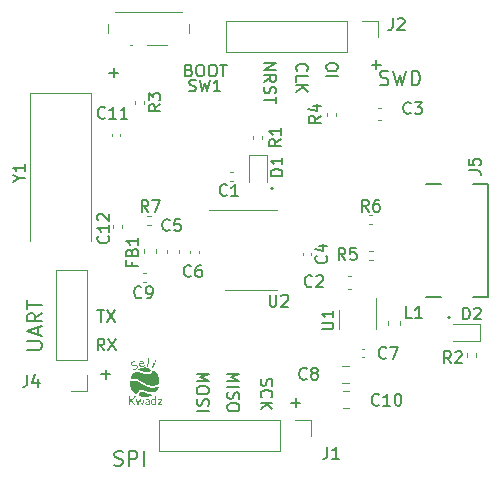
<source format=gbr>
%TF.GenerationSoftware,KiCad,Pcbnew,7.0.5*%
%TF.CreationDate,2023-06-10T21:17:53-07:00*%
%TF.ProjectId,st-breakout,73742d62-7265-4616-9b6f-75742e6b6963,rev?*%
%TF.SameCoordinates,Original*%
%TF.FileFunction,Legend,Top*%
%TF.FilePolarity,Positive*%
%FSLAX46Y46*%
G04 Gerber Fmt 4.6, Leading zero omitted, Abs format (unit mm)*
G04 Created by KiCad (PCBNEW 7.0.5) date 2023-06-10 21:17:53*
%MOMM*%
%LPD*%
G01*
G04 APERTURE LIST*
%ADD10C,0.186803*%
%ADD11C,0.150000*%
%ADD12C,0.120000*%
%ADD13C,0.200000*%
G04 APERTURE END LIST*
D10*
X138293401Y-90050000D02*
G75*
G03*
X138293401Y-90050000I-93401J0D01*
G01*
X153293401Y-101000000D02*
G75*
G03*
X153293401Y-101000000I-93401J0D01*
G01*
D11*
X147336779Y-81279700D02*
X147515350Y-81339223D01*
X147515350Y-81339223D02*
X147812969Y-81339223D01*
X147812969Y-81339223D02*
X147932017Y-81279700D01*
X147932017Y-81279700D02*
X147991541Y-81220176D01*
X147991541Y-81220176D02*
X148051064Y-81101128D01*
X148051064Y-81101128D02*
X148051064Y-80982080D01*
X148051064Y-80982080D02*
X147991541Y-80863033D01*
X147991541Y-80863033D02*
X147932017Y-80803509D01*
X147932017Y-80803509D02*
X147812969Y-80743985D01*
X147812969Y-80743985D02*
X147574874Y-80684461D01*
X147574874Y-80684461D02*
X147455826Y-80624938D01*
X147455826Y-80624938D02*
X147396303Y-80565414D01*
X147396303Y-80565414D02*
X147336779Y-80446366D01*
X147336779Y-80446366D02*
X147336779Y-80327319D01*
X147336779Y-80327319D02*
X147396303Y-80208271D01*
X147396303Y-80208271D02*
X147455826Y-80148747D01*
X147455826Y-80148747D02*
X147574874Y-80089223D01*
X147574874Y-80089223D02*
X147872493Y-80089223D01*
X147872493Y-80089223D02*
X148051064Y-80148747D01*
X148467731Y-80089223D02*
X148765350Y-81339223D01*
X148765350Y-81339223D02*
X149003445Y-80446366D01*
X149003445Y-80446366D02*
X149241540Y-81339223D01*
X149241540Y-81339223D02*
X149539160Y-80089223D01*
X150015350Y-81339223D02*
X150015350Y-80089223D01*
X150015350Y-80089223D02*
X150312969Y-80089223D01*
X150312969Y-80089223D02*
X150491540Y-80148747D01*
X150491540Y-80148747D02*
X150610588Y-80267795D01*
X150610588Y-80267795D02*
X150670111Y-80386842D01*
X150670111Y-80386842D02*
X150729635Y-80624938D01*
X150729635Y-80624938D02*
X150729635Y-80803509D01*
X150729635Y-80803509D02*
X150670111Y-81041604D01*
X150670111Y-81041604D02*
X150610588Y-81160652D01*
X150610588Y-81160652D02*
X150491540Y-81279700D01*
X150491540Y-81279700D02*
X150312969Y-81339223D01*
X150312969Y-81339223D02*
X150015350Y-81339223D01*
X143769819Y-80563220D02*
X142769819Y-80563220D01*
X142769819Y-79896554D02*
X142769819Y-79706078D01*
X142769819Y-79706078D02*
X142817438Y-79610840D01*
X142817438Y-79610840D02*
X142912676Y-79515602D01*
X142912676Y-79515602D02*
X143103152Y-79467983D01*
X143103152Y-79467983D02*
X143436485Y-79467983D01*
X143436485Y-79467983D02*
X143626961Y-79515602D01*
X143626961Y-79515602D02*
X143722200Y-79610840D01*
X143722200Y-79610840D02*
X143769819Y-79706078D01*
X143769819Y-79706078D02*
X143769819Y-79896554D01*
X143769819Y-79896554D02*
X143722200Y-79991792D01*
X143722200Y-79991792D02*
X143626961Y-80087030D01*
X143626961Y-80087030D02*
X143436485Y-80134649D01*
X143436485Y-80134649D02*
X143103152Y-80134649D01*
X143103152Y-80134649D02*
X142912676Y-80087030D01*
X142912676Y-80087030D02*
X142817438Y-79991792D01*
X142817438Y-79991792D02*
X142769819Y-79896554D01*
X131830180Y-105736779D02*
X132830180Y-105736779D01*
X132830180Y-105736779D02*
X132115895Y-106070112D01*
X132115895Y-106070112D02*
X132830180Y-106403445D01*
X132830180Y-106403445D02*
X131830180Y-106403445D01*
X132830180Y-107070112D02*
X132830180Y-107260588D01*
X132830180Y-107260588D02*
X132782561Y-107355826D01*
X132782561Y-107355826D02*
X132687323Y-107451064D01*
X132687323Y-107451064D02*
X132496847Y-107498683D01*
X132496847Y-107498683D02*
X132163514Y-107498683D01*
X132163514Y-107498683D02*
X131973038Y-107451064D01*
X131973038Y-107451064D02*
X131877800Y-107355826D01*
X131877800Y-107355826D02*
X131830180Y-107260588D01*
X131830180Y-107260588D02*
X131830180Y-107070112D01*
X131830180Y-107070112D02*
X131877800Y-106974874D01*
X131877800Y-106974874D02*
X131973038Y-106879636D01*
X131973038Y-106879636D02*
X132163514Y-106832017D01*
X132163514Y-106832017D02*
X132496847Y-106832017D01*
X132496847Y-106832017D02*
X132687323Y-106879636D01*
X132687323Y-106879636D02*
X132782561Y-106974874D01*
X132782561Y-106974874D02*
X132830180Y-107070112D01*
X131877800Y-107879636D02*
X131830180Y-108022493D01*
X131830180Y-108022493D02*
X131830180Y-108260588D01*
X131830180Y-108260588D02*
X131877800Y-108355826D01*
X131877800Y-108355826D02*
X131925419Y-108403445D01*
X131925419Y-108403445D02*
X132020657Y-108451064D01*
X132020657Y-108451064D02*
X132115895Y-108451064D01*
X132115895Y-108451064D02*
X132211133Y-108403445D01*
X132211133Y-108403445D02*
X132258752Y-108355826D01*
X132258752Y-108355826D02*
X132306371Y-108260588D01*
X132306371Y-108260588D02*
X132353990Y-108070112D01*
X132353990Y-108070112D02*
X132401609Y-107974874D01*
X132401609Y-107974874D02*
X132449228Y-107927255D01*
X132449228Y-107927255D02*
X132544466Y-107879636D01*
X132544466Y-107879636D02*
X132639704Y-107879636D01*
X132639704Y-107879636D02*
X132734942Y-107927255D01*
X132734942Y-107927255D02*
X132782561Y-107974874D01*
X132782561Y-107974874D02*
X132830180Y-108070112D01*
X132830180Y-108070112D02*
X132830180Y-108308207D01*
X132830180Y-108308207D02*
X132782561Y-108451064D01*
X131830180Y-108879636D02*
X132830180Y-108879636D01*
X146636779Y-79588866D02*
X147398684Y-79588866D01*
X147017731Y-79969819D02*
X147017731Y-79207914D01*
X137277800Y-106189160D02*
X137230180Y-106332017D01*
X137230180Y-106332017D02*
X137230180Y-106570112D01*
X137230180Y-106570112D02*
X137277800Y-106665350D01*
X137277800Y-106665350D02*
X137325419Y-106712969D01*
X137325419Y-106712969D02*
X137420657Y-106760588D01*
X137420657Y-106760588D02*
X137515895Y-106760588D01*
X137515895Y-106760588D02*
X137611133Y-106712969D01*
X137611133Y-106712969D02*
X137658752Y-106665350D01*
X137658752Y-106665350D02*
X137706371Y-106570112D01*
X137706371Y-106570112D02*
X137753990Y-106379636D01*
X137753990Y-106379636D02*
X137801609Y-106284398D01*
X137801609Y-106284398D02*
X137849228Y-106236779D01*
X137849228Y-106236779D02*
X137944466Y-106189160D01*
X137944466Y-106189160D02*
X138039704Y-106189160D01*
X138039704Y-106189160D02*
X138134942Y-106236779D01*
X138134942Y-106236779D02*
X138182561Y-106284398D01*
X138182561Y-106284398D02*
X138230180Y-106379636D01*
X138230180Y-106379636D02*
X138230180Y-106617731D01*
X138230180Y-106617731D02*
X138182561Y-106760588D01*
X137325419Y-107760588D02*
X137277800Y-107712969D01*
X137277800Y-107712969D02*
X137230180Y-107570112D01*
X137230180Y-107570112D02*
X137230180Y-107474874D01*
X137230180Y-107474874D02*
X137277800Y-107332017D01*
X137277800Y-107332017D02*
X137373038Y-107236779D01*
X137373038Y-107236779D02*
X137468276Y-107189160D01*
X137468276Y-107189160D02*
X137658752Y-107141541D01*
X137658752Y-107141541D02*
X137801609Y-107141541D01*
X137801609Y-107141541D02*
X137992085Y-107189160D01*
X137992085Y-107189160D02*
X138087323Y-107236779D01*
X138087323Y-107236779D02*
X138182561Y-107332017D01*
X138182561Y-107332017D02*
X138230180Y-107474874D01*
X138230180Y-107474874D02*
X138230180Y-107570112D01*
X138230180Y-107570112D02*
X138182561Y-107712969D01*
X138182561Y-107712969D02*
X138134942Y-107760588D01*
X137230180Y-108189160D02*
X138230180Y-108189160D01*
X137230180Y-108760588D02*
X137801609Y-108332017D01*
X138230180Y-108760588D02*
X137658752Y-108189160D01*
X117489223Y-103703696D02*
X118501128Y-103703696D01*
X118501128Y-103703696D02*
X118620176Y-103644173D01*
X118620176Y-103644173D02*
X118679700Y-103584649D01*
X118679700Y-103584649D02*
X118739223Y-103465601D01*
X118739223Y-103465601D02*
X118739223Y-103227506D01*
X118739223Y-103227506D02*
X118679700Y-103108458D01*
X118679700Y-103108458D02*
X118620176Y-103048935D01*
X118620176Y-103048935D02*
X118501128Y-102989411D01*
X118501128Y-102989411D02*
X117489223Y-102989411D01*
X118382080Y-102453696D02*
X118382080Y-101858458D01*
X118739223Y-102572744D02*
X117489223Y-102156077D01*
X117489223Y-102156077D02*
X118739223Y-101739411D01*
X118739223Y-100608458D02*
X118143985Y-101025124D01*
X118739223Y-101322743D02*
X117489223Y-101322743D01*
X117489223Y-101322743D02*
X117489223Y-100846553D01*
X117489223Y-100846553D02*
X117548747Y-100727505D01*
X117548747Y-100727505D02*
X117608271Y-100667982D01*
X117608271Y-100667982D02*
X117727319Y-100608458D01*
X117727319Y-100608458D02*
X117905890Y-100608458D01*
X117905890Y-100608458D02*
X118024938Y-100667982D01*
X118024938Y-100667982D02*
X118084461Y-100727505D01*
X118084461Y-100727505D02*
X118143985Y-100846553D01*
X118143985Y-100846553D02*
X118143985Y-101322743D01*
X117489223Y-100251315D02*
X117489223Y-99537029D01*
X118739223Y-99894172D02*
X117489223Y-99894172D01*
X140325419Y-80108207D02*
X140277800Y-80060588D01*
X140277800Y-80060588D02*
X140230180Y-79917731D01*
X140230180Y-79917731D02*
X140230180Y-79822493D01*
X140230180Y-79822493D02*
X140277800Y-79679636D01*
X140277800Y-79679636D02*
X140373038Y-79584398D01*
X140373038Y-79584398D02*
X140468276Y-79536779D01*
X140468276Y-79536779D02*
X140658752Y-79489160D01*
X140658752Y-79489160D02*
X140801609Y-79489160D01*
X140801609Y-79489160D02*
X140992085Y-79536779D01*
X140992085Y-79536779D02*
X141087323Y-79584398D01*
X141087323Y-79584398D02*
X141182561Y-79679636D01*
X141182561Y-79679636D02*
X141230180Y-79822493D01*
X141230180Y-79822493D02*
X141230180Y-79917731D01*
X141230180Y-79917731D02*
X141182561Y-80060588D01*
X141182561Y-80060588D02*
X141134942Y-80108207D01*
X140230180Y-81012969D02*
X140230180Y-80536779D01*
X140230180Y-80536779D02*
X141230180Y-80536779D01*
X140230180Y-81346303D02*
X141230180Y-81346303D01*
X140230180Y-81917731D02*
X140801609Y-81489160D01*
X141230180Y-81917731D02*
X140658752Y-81346303D01*
X123393922Y-100369819D02*
X123965350Y-100369819D01*
X123679636Y-101369819D02*
X123679636Y-100369819D01*
X124203446Y-100369819D02*
X124870112Y-101369819D01*
X124870112Y-100369819D02*
X124203446Y-101369819D01*
X134430180Y-105736779D02*
X135430180Y-105736779D01*
X135430180Y-105736779D02*
X134715895Y-106070112D01*
X134715895Y-106070112D02*
X135430180Y-106403445D01*
X135430180Y-106403445D02*
X134430180Y-106403445D01*
X134430180Y-106879636D02*
X135430180Y-106879636D01*
X134477800Y-107308207D02*
X134430180Y-107451064D01*
X134430180Y-107451064D02*
X134430180Y-107689159D01*
X134430180Y-107689159D02*
X134477800Y-107784397D01*
X134477800Y-107784397D02*
X134525419Y-107832016D01*
X134525419Y-107832016D02*
X134620657Y-107879635D01*
X134620657Y-107879635D02*
X134715895Y-107879635D01*
X134715895Y-107879635D02*
X134811133Y-107832016D01*
X134811133Y-107832016D02*
X134858752Y-107784397D01*
X134858752Y-107784397D02*
X134906371Y-107689159D01*
X134906371Y-107689159D02*
X134953990Y-107498683D01*
X134953990Y-107498683D02*
X135001609Y-107403445D01*
X135001609Y-107403445D02*
X135049228Y-107355826D01*
X135049228Y-107355826D02*
X135144466Y-107308207D01*
X135144466Y-107308207D02*
X135239704Y-107308207D01*
X135239704Y-107308207D02*
X135334942Y-107355826D01*
X135334942Y-107355826D02*
X135382561Y-107403445D01*
X135382561Y-107403445D02*
X135430180Y-107498683D01*
X135430180Y-107498683D02*
X135430180Y-107736778D01*
X135430180Y-107736778D02*
X135382561Y-107879635D01*
X135430180Y-108498683D02*
X135430180Y-108689159D01*
X135430180Y-108689159D02*
X135382561Y-108784397D01*
X135382561Y-108784397D02*
X135287323Y-108879635D01*
X135287323Y-108879635D02*
X135096847Y-108927254D01*
X135096847Y-108927254D02*
X134763514Y-108927254D01*
X134763514Y-108927254D02*
X134573038Y-108879635D01*
X134573038Y-108879635D02*
X134477800Y-108784397D01*
X134477800Y-108784397D02*
X134430180Y-108689159D01*
X134430180Y-108689159D02*
X134430180Y-108498683D01*
X134430180Y-108498683D02*
X134477800Y-108403445D01*
X134477800Y-108403445D02*
X134573038Y-108308207D01*
X134573038Y-108308207D02*
X134763514Y-108260588D01*
X134763514Y-108260588D02*
X135096847Y-108260588D01*
X135096847Y-108260588D02*
X135287323Y-108308207D01*
X135287323Y-108308207D02*
X135382561Y-108403445D01*
X135382561Y-108403445D02*
X135430180Y-108498683D01*
X124836779Y-113479700D02*
X125015350Y-113539223D01*
X125015350Y-113539223D02*
X125312969Y-113539223D01*
X125312969Y-113539223D02*
X125432017Y-113479700D01*
X125432017Y-113479700D02*
X125491541Y-113420176D01*
X125491541Y-113420176D02*
X125551064Y-113301128D01*
X125551064Y-113301128D02*
X125551064Y-113182080D01*
X125551064Y-113182080D02*
X125491541Y-113063033D01*
X125491541Y-113063033D02*
X125432017Y-113003509D01*
X125432017Y-113003509D02*
X125312969Y-112943985D01*
X125312969Y-112943985D02*
X125074874Y-112884461D01*
X125074874Y-112884461D02*
X124955826Y-112824938D01*
X124955826Y-112824938D02*
X124896303Y-112765414D01*
X124896303Y-112765414D02*
X124836779Y-112646366D01*
X124836779Y-112646366D02*
X124836779Y-112527319D01*
X124836779Y-112527319D02*
X124896303Y-112408271D01*
X124896303Y-112408271D02*
X124955826Y-112348747D01*
X124955826Y-112348747D02*
X125074874Y-112289223D01*
X125074874Y-112289223D02*
X125372493Y-112289223D01*
X125372493Y-112289223D02*
X125551064Y-112348747D01*
X126086779Y-113539223D02*
X126086779Y-112289223D01*
X126086779Y-112289223D02*
X126562969Y-112289223D01*
X126562969Y-112289223D02*
X126682017Y-112348747D01*
X126682017Y-112348747D02*
X126741540Y-112408271D01*
X126741540Y-112408271D02*
X126801064Y-112527319D01*
X126801064Y-112527319D02*
X126801064Y-112705890D01*
X126801064Y-112705890D02*
X126741540Y-112824938D01*
X126741540Y-112824938D02*
X126682017Y-112884461D01*
X126682017Y-112884461D02*
X126562969Y-112943985D01*
X126562969Y-112943985D02*
X126086779Y-112943985D01*
X127336779Y-113539223D02*
X127336779Y-112289223D01*
X124436779Y-80288866D02*
X125198684Y-80288866D01*
X124817731Y-80669819D02*
X124817731Y-79907914D01*
X139836779Y-108188866D02*
X140598684Y-108188866D01*
X140217731Y-108569819D02*
X140217731Y-107807914D01*
X131170112Y-80046009D02*
X131312969Y-80093628D01*
X131312969Y-80093628D02*
X131360588Y-80141247D01*
X131360588Y-80141247D02*
X131408207Y-80236485D01*
X131408207Y-80236485D02*
X131408207Y-80379342D01*
X131408207Y-80379342D02*
X131360588Y-80474580D01*
X131360588Y-80474580D02*
X131312969Y-80522200D01*
X131312969Y-80522200D02*
X131217731Y-80569819D01*
X131217731Y-80569819D02*
X130836779Y-80569819D01*
X130836779Y-80569819D02*
X130836779Y-79569819D01*
X130836779Y-79569819D02*
X131170112Y-79569819D01*
X131170112Y-79569819D02*
X131265350Y-79617438D01*
X131265350Y-79617438D02*
X131312969Y-79665057D01*
X131312969Y-79665057D02*
X131360588Y-79760295D01*
X131360588Y-79760295D02*
X131360588Y-79855533D01*
X131360588Y-79855533D02*
X131312969Y-79950771D01*
X131312969Y-79950771D02*
X131265350Y-79998390D01*
X131265350Y-79998390D02*
X131170112Y-80046009D01*
X131170112Y-80046009D02*
X130836779Y-80046009D01*
X132027255Y-79569819D02*
X132217731Y-79569819D01*
X132217731Y-79569819D02*
X132312969Y-79617438D01*
X132312969Y-79617438D02*
X132408207Y-79712676D01*
X132408207Y-79712676D02*
X132455826Y-79903152D01*
X132455826Y-79903152D02*
X132455826Y-80236485D01*
X132455826Y-80236485D02*
X132408207Y-80426961D01*
X132408207Y-80426961D02*
X132312969Y-80522200D01*
X132312969Y-80522200D02*
X132217731Y-80569819D01*
X132217731Y-80569819D02*
X132027255Y-80569819D01*
X132027255Y-80569819D02*
X131932017Y-80522200D01*
X131932017Y-80522200D02*
X131836779Y-80426961D01*
X131836779Y-80426961D02*
X131789160Y-80236485D01*
X131789160Y-80236485D02*
X131789160Y-79903152D01*
X131789160Y-79903152D02*
X131836779Y-79712676D01*
X131836779Y-79712676D02*
X131932017Y-79617438D01*
X131932017Y-79617438D02*
X132027255Y-79569819D01*
X133074874Y-79569819D02*
X133265350Y-79569819D01*
X133265350Y-79569819D02*
X133360588Y-79617438D01*
X133360588Y-79617438D02*
X133455826Y-79712676D01*
X133455826Y-79712676D02*
X133503445Y-79903152D01*
X133503445Y-79903152D02*
X133503445Y-80236485D01*
X133503445Y-80236485D02*
X133455826Y-80426961D01*
X133455826Y-80426961D02*
X133360588Y-80522200D01*
X133360588Y-80522200D02*
X133265350Y-80569819D01*
X133265350Y-80569819D02*
X133074874Y-80569819D01*
X133074874Y-80569819D02*
X132979636Y-80522200D01*
X132979636Y-80522200D02*
X132884398Y-80426961D01*
X132884398Y-80426961D02*
X132836779Y-80236485D01*
X132836779Y-80236485D02*
X132836779Y-79903152D01*
X132836779Y-79903152D02*
X132884398Y-79712676D01*
X132884398Y-79712676D02*
X132979636Y-79617438D01*
X132979636Y-79617438D02*
X133074874Y-79569819D01*
X133789160Y-79569819D02*
X134360588Y-79569819D01*
X134074874Y-80569819D02*
X134074874Y-79569819D01*
X124008207Y-103769819D02*
X123674874Y-103293628D01*
X123436779Y-103769819D02*
X123436779Y-102769819D01*
X123436779Y-102769819D02*
X123817731Y-102769819D01*
X123817731Y-102769819D02*
X123912969Y-102817438D01*
X123912969Y-102817438D02*
X123960588Y-102865057D01*
X123960588Y-102865057D02*
X124008207Y-102960295D01*
X124008207Y-102960295D02*
X124008207Y-103103152D01*
X124008207Y-103103152D02*
X123960588Y-103198390D01*
X123960588Y-103198390D02*
X123912969Y-103246009D01*
X123912969Y-103246009D02*
X123817731Y-103293628D01*
X123817731Y-103293628D02*
X123436779Y-103293628D01*
X124341541Y-102769819D02*
X125008207Y-103769819D01*
X125008207Y-102769819D02*
X124341541Y-103769819D01*
X123736779Y-105788866D02*
X124498684Y-105788866D01*
X124117731Y-106169819D02*
X124117731Y-105407914D01*
X137530180Y-79436779D02*
X138530180Y-79436779D01*
X138530180Y-79436779D02*
X137530180Y-80008207D01*
X137530180Y-80008207D02*
X138530180Y-80008207D01*
X137530180Y-81055826D02*
X138006371Y-80722493D01*
X137530180Y-80484398D02*
X138530180Y-80484398D01*
X138530180Y-80484398D02*
X138530180Y-80865350D01*
X138530180Y-80865350D02*
X138482561Y-80960588D01*
X138482561Y-80960588D02*
X138434942Y-81008207D01*
X138434942Y-81008207D02*
X138339704Y-81055826D01*
X138339704Y-81055826D02*
X138196847Y-81055826D01*
X138196847Y-81055826D02*
X138101609Y-81008207D01*
X138101609Y-81008207D02*
X138053990Y-80960588D01*
X138053990Y-80960588D02*
X138006371Y-80865350D01*
X138006371Y-80865350D02*
X138006371Y-80484398D01*
X137577800Y-81436779D02*
X137530180Y-81579636D01*
X137530180Y-81579636D02*
X137530180Y-81817731D01*
X137530180Y-81817731D02*
X137577800Y-81912969D01*
X137577800Y-81912969D02*
X137625419Y-81960588D01*
X137625419Y-81960588D02*
X137720657Y-82008207D01*
X137720657Y-82008207D02*
X137815895Y-82008207D01*
X137815895Y-82008207D02*
X137911133Y-81960588D01*
X137911133Y-81960588D02*
X137958752Y-81912969D01*
X137958752Y-81912969D02*
X138006371Y-81817731D01*
X138006371Y-81817731D02*
X138053990Y-81627255D01*
X138053990Y-81627255D02*
X138101609Y-81532017D01*
X138101609Y-81532017D02*
X138149228Y-81484398D01*
X138149228Y-81484398D02*
X138244466Y-81436779D01*
X138244466Y-81436779D02*
X138339704Y-81436779D01*
X138339704Y-81436779D02*
X138434942Y-81484398D01*
X138434942Y-81484398D02*
X138482561Y-81532017D01*
X138482561Y-81532017D02*
X138530180Y-81627255D01*
X138530180Y-81627255D02*
X138530180Y-81865350D01*
X138530180Y-81865350D02*
X138482561Y-82008207D01*
X138530180Y-82293922D02*
X138530180Y-82865350D01*
X137530180Y-82579636D02*
X138530180Y-82579636D01*
%TO.C,R5*%
X144408333Y-96104819D02*
X144075000Y-95628628D01*
X143836905Y-96104819D02*
X143836905Y-95104819D01*
X143836905Y-95104819D02*
X144217857Y-95104819D01*
X144217857Y-95104819D02*
X144313095Y-95152438D01*
X144313095Y-95152438D02*
X144360714Y-95200057D01*
X144360714Y-95200057D02*
X144408333Y-95295295D01*
X144408333Y-95295295D02*
X144408333Y-95438152D01*
X144408333Y-95438152D02*
X144360714Y-95533390D01*
X144360714Y-95533390D02*
X144313095Y-95581009D01*
X144313095Y-95581009D02*
X144217857Y-95628628D01*
X144217857Y-95628628D02*
X143836905Y-95628628D01*
X145313095Y-95104819D02*
X144836905Y-95104819D01*
X144836905Y-95104819D02*
X144789286Y-95581009D01*
X144789286Y-95581009D02*
X144836905Y-95533390D01*
X144836905Y-95533390D02*
X144932143Y-95485771D01*
X144932143Y-95485771D02*
X145170238Y-95485771D01*
X145170238Y-95485771D02*
X145265476Y-95533390D01*
X145265476Y-95533390D02*
X145313095Y-95581009D01*
X145313095Y-95581009D02*
X145360714Y-95676247D01*
X145360714Y-95676247D02*
X145360714Y-95914342D01*
X145360714Y-95914342D02*
X145313095Y-96009580D01*
X145313095Y-96009580D02*
X145265476Y-96057200D01*
X145265476Y-96057200D02*
X145170238Y-96104819D01*
X145170238Y-96104819D02*
X144932143Y-96104819D01*
X144932143Y-96104819D02*
X144836905Y-96057200D01*
X144836905Y-96057200D02*
X144789286Y-96009580D01*
%TO.C,C2*%
X141583333Y-98319580D02*
X141535714Y-98367200D01*
X141535714Y-98367200D02*
X141392857Y-98414819D01*
X141392857Y-98414819D02*
X141297619Y-98414819D01*
X141297619Y-98414819D02*
X141154762Y-98367200D01*
X141154762Y-98367200D02*
X141059524Y-98271961D01*
X141059524Y-98271961D02*
X141011905Y-98176723D01*
X141011905Y-98176723D02*
X140964286Y-97986247D01*
X140964286Y-97986247D02*
X140964286Y-97843390D01*
X140964286Y-97843390D02*
X141011905Y-97652914D01*
X141011905Y-97652914D02*
X141059524Y-97557676D01*
X141059524Y-97557676D02*
X141154762Y-97462438D01*
X141154762Y-97462438D02*
X141297619Y-97414819D01*
X141297619Y-97414819D02*
X141392857Y-97414819D01*
X141392857Y-97414819D02*
X141535714Y-97462438D01*
X141535714Y-97462438D02*
X141583333Y-97510057D01*
X141964286Y-97510057D02*
X142011905Y-97462438D01*
X142011905Y-97462438D02*
X142107143Y-97414819D01*
X142107143Y-97414819D02*
X142345238Y-97414819D01*
X142345238Y-97414819D02*
X142440476Y-97462438D01*
X142440476Y-97462438D02*
X142488095Y-97510057D01*
X142488095Y-97510057D02*
X142535714Y-97605295D01*
X142535714Y-97605295D02*
X142535714Y-97700533D01*
X142535714Y-97700533D02*
X142488095Y-97843390D01*
X142488095Y-97843390D02*
X141916667Y-98414819D01*
X141916667Y-98414819D02*
X142535714Y-98414819D01*
%TO.C,J2*%
X148416666Y-75654819D02*
X148416666Y-76369104D01*
X148416666Y-76369104D02*
X148369047Y-76511961D01*
X148369047Y-76511961D02*
X148273809Y-76607200D01*
X148273809Y-76607200D02*
X148130952Y-76654819D01*
X148130952Y-76654819D02*
X148035714Y-76654819D01*
X148845238Y-75750057D02*
X148892857Y-75702438D01*
X148892857Y-75702438D02*
X148988095Y-75654819D01*
X148988095Y-75654819D02*
X149226190Y-75654819D01*
X149226190Y-75654819D02*
X149321428Y-75702438D01*
X149321428Y-75702438D02*
X149369047Y-75750057D01*
X149369047Y-75750057D02*
X149416666Y-75845295D01*
X149416666Y-75845295D02*
X149416666Y-75940533D01*
X149416666Y-75940533D02*
X149369047Y-76083390D01*
X149369047Y-76083390D02*
X148797619Y-76654819D01*
X148797619Y-76654819D02*
X149416666Y-76654819D01*
%TO.C,C11*%
X124057142Y-84059580D02*
X124009523Y-84107200D01*
X124009523Y-84107200D02*
X123866666Y-84154819D01*
X123866666Y-84154819D02*
X123771428Y-84154819D01*
X123771428Y-84154819D02*
X123628571Y-84107200D01*
X123628571Y-84107200D02*
X123533333Y-84011961D01*
X123533333Y-84011961D02*
X123485714Y-83916723D01*
X123485714Y-83916723D02*
X123438095Y-83726247D01*
X123438095Y-83726247D02*
X123438095Y-83583390D01*
X123438095Y-83583390D02*
X123485714Y-83392914D01*
X123485714Y-83392914D02*
X123533333Y-83297676D01*
X123533333Y-83297676D02*
X123628571Y-83202438D01*
X123628571Y-83202438D02*
X123771428Y-83154819D01*
X123771428Y-83154819D02*
X123866666Y-83154819D01*
X123866666Y-83154819D02*
X124009523Y-83202438D01*
X124009523Y-83202438D02*
X124057142Y-83250057D01*
X125009523Y-84154819D02*
X124438095Y-84154819D01*
X124723809Y-84154819D02*
X124723809Y-83154819D01*
X124723809Y-83154819D02*
X124628571Y-83297676D01*
X124628571Y-83297676D02*
X124533333Y-83392914D01*
X124533333Y-83392914D02*
X124438095Y-83440533D01*
X125961904Y-84154819D02*
X125390476Y-84154819D01*
X125676190Y-84154819D02*
X125676190Y-83154819D01*
X125676190Y-83154819D02*
X125580952Y-83297676D01*
X125580952Y-83297676D02*
X125485714Y-83392914D01*
X125485714Y-83392914D02*
X125390476Y-83440533D01*
%TO.C,L1*%
X150033333Y-101029819D02*
X149557143Y-101029819D01*
X149557143Y-101029819D02*
X149557143Y-100029819D01*
X150890476Y-101029819D02*
X150319048Y-101029819D01*
X150604762Y-101029819D02*
X150604762Y-100029819D01*
X150604762Y-100029819D02*
X150509524Y-100172676D01*
X150509524Y-100172676D02*
X150414286Y-100267914D01*
X150414286Y-100267914D02*
X150319048Y-100315533D01*
%TO.C,Y1*%
X116778628Y-89218190D02*
X117254819Y-89218190D01*
X116254819Y-89551523D02*
X116778628Y-89218190D01*
X116778628Y-89218190D02*
X116254819Y-88884857D01*
X117254819Y-88027714D02*
X117254819Y-88599142D01*
X117254819Y-88313428D02*
X116254819Y-88313428D01*
X116254819Y-88313428D02*
X116397676Y-88408666D01*
X116397676Y-88408666D02*
X116492914Y-88503904D01*
X116492914Y-88503904D02*
X116540533Y-88599142D01*
%TO.C,C12*%
X124309580Y-94092857D02*
X124357200Y-94140476D01*
X124357200Y-94140476D02*
X124404819Y-94283333D01*
X124404819Y-94283333D02*
X124404819Y-94378571D01*
X124404819Y-94378571D02*
X124357200Y-94521428D01*
X124357200Y-94521428D02*
X124261961Y-94616666D01*
X124261961Y-94616666D02*
X124166723Y-94664285D01*
X124166723Y-94664285D02*
X123976247Y-94711904D01*
X123976247Y-94711904D02*
X123833390Y-94711904D01*
X123833390Y-94711904D02*
X123642914Y-94664285D01*
X123642914Y-94664285D02*
X123547676Y-94616666D01*
X123547676Y-94616666D02*
X123452438Y-94521428D01*
X123452438Y-94521428D02*
X123404819Y-94378571D01*
X123404819Y-94378571D02*
X123404819Y-94283333D01*
X123404819Y-94283333D02*
X123452438Y-94140476D01*
X123452438Y-94140476D02*
X123500057Y-94092857D01*
X124404819Y-93140476D02*
X124404819Y-93711904D01*
X124404819Y-93426190D02*
X123404819Y-93426190D01*
X123404819Y-93426190D02*
X123547676Y-93521428D01*
X123547676Y-93521428D02*
X123642914Y-93616666D01*
X123642914Y-93616666D02*
X123690533Y-93711904D01*
X123500057Y-92759523D02*
X123452438Y-92711904D01*
X123452438Y-92711904D02*
X123404819Y-92616666D01*
X123404819Y-92616666D02*
X123404819Y-92378571D01*
X123404819Y-92378571D02*
X123452438Y-92283333D01*
X123452438Y-92283333D02*
X123500057Y-92235714D01*
X123500057Y-92235714D02*
X123595295Y-92188095D01*
X123595295Y-92188095D02*
X123690533Y-92188095D01*
X123690533Y-92188095D02*
X123833390Y-92235714D01*
X123833390Y-92235714D02*
X124404819Y-92807142D01*
X124404819Y-92807142D02*
X124404819Y-92188095D01*
%TO.C,J5*%
X154854819Y-88533333D02*
X155569104Y-88533333D01*
X155569104Y-88533333D02*
X155711961Y-88580952D01*
X155711961Y-88580952D02*
X155807200Y-88676190D01*
X155807200Y-88676190D02*
X155854819Y-88819047D01*
X155854819Y-88819047D02*
X155854819Y-88914285D01*
X154854819Y-87580952D02*
X154854819Y-88057142D01*
X154854819Y-88057142D02*
X155331009Y-88104761D01*
X155331009Y-88104761D02*
X155283390Y-88057142D01*
X155283390Y-88057142D02*
X155235771Y-87961904D01*
X155235771Y-87961904D02*
X155235771Y-87723809D01*
X155235771Y-87723809D02*
X155283390Y-87628571D01*
X155283390Y-87628571D02*
X155331009Y-87580952D01*
X155331009Y-87580952D02*
X155426247Y-87533333D01*
X155426247Y-87533333D02*
X155664342Y-87533333D01*
X155664342Y-87533333D02*
X155759580Y-87580952D01*
X155759580Y-87580952D02*
X155807200Y-87628571D01*
X155807200Y-87628571D02*
X155854819Y-87723809D01*
X155854819Y-87723809D02*
X155854819Y-87961904D01*
X155854819Y-87961904D02*
X155807200Y-88057142D01*
X155807200Y-88057142D02*
X155759580Y-88104761D01*
%TO.C,SW1*%
X131166667Y-81807200D02*
X131309524Y-81854819D01*
X131309524Y-81854819D02*
X131547619Y-81854819D01*
X131547619Y-81854819D02*
X131642857Y-81807200D01*
X131642857Y-81807200D02*
X131690476Y-81759580D01*
X131690476Y-81759580D02*
X131738095Y-81664342D01*
X131738095Y-81664342D02*
X131738095Y-81569104D01*
X131738095Y-81569104D02*
X131690476Y-81473866D01*
X131690476Y-81473866D02*
X131642857Y-81426247D01*
X131642857Y-81426247D02*
X131547619Y-81378628D01*
X131547619Y-81378628D02*
X131357143Y-81331009D01*
X131357143Y-81331009D02*
X131261905Y-81283390D01*
X131261905Y-81283390D02*
X131214286Y-81235771D01*
X131214286Y-81235771D02*
X131166667Y-81140533D01*
X131166667Y-81140533D02*
X131166667Y-81045295D01*
X131166667Y-81045295D02*
X131214286Y-80950057D01*
X131214286Y-80950057D02*
X131261905Y-80902438D01*
X131261905Y-80902438D02*
X131357143Y-80854819D01*
X131357143Y-80854819D02*
X131595238Y-80854819D01*
X131595238Y-80854819D02*
X131738095Y-80902438D01*
X132071429Y-80854819D02*
X132309524Y-81854819D01*
X132309524Y-81854819D02*
X132500000Y-81140533D01*
X132500000Y-81140533D02*
X132690476Y-81854819D01*
X132690476Y-81854819D02*
X132928572Y-80854819D01*
X133833333Y-81854819D02*
X133261905Y-81854819D01*
X133547619Y-81854819D02*
X133547619Y-80854819D01*
X133547619Y-80854819D02*
X133452381Y-80997676D01*
X133452381Y-80997676D02*
X133357143Y-81092914D01*
X133357143Y-81092914D02*
X133261905Y-81140533D01*
%TO.C,R4*%
X142304819Y-83916666D02*
X141828628Y-84249999D01*
X142304819Y-84488094D02*
X141304819Y-84488094D01*
X141304819Y-84488094D02*
X141304819Y-84107142D01*
X141304819Y-84107142D02*
X141352438Y-84011904D01*
X141352438Y-84011904D02*
X141400057Y-83964285D01*
X141400057Y-83964285D02*
X141495295Y-83916666D01*
X141495295Y-83916666D02*
X141638152Y-83916666D01*
X141638152Y-83916666D02*
X141733390Y-83964285D01*
X141733390Y-83964285D02*
X141781009Y-84011904D01*
X141781009Y-84011904D02*
X141828628Y-84107142D01*
X141828628Y-84107142D02*
X141828628Y-84488094D01*
X141638152Y-83059523D02*
X142304819Y-83059523D01*
X141257200Y-83297618D02*
X141971485Y-83535713D01*
X141971485Y-83535713D02*
X141971485Y-82916666D01*
%TO.C,R3*%
X128754819Y-82946666D02*
X128278628Y-83279999D01*
X128754819Y-83518094D02*
X127754819Y-83518094D01*
X127754819Y-83518094D02*
X127754819Y-83137142D01*
X127754819Y-83137142D02*
X127802438Y-83041904D01*
X127802438Y-83041904D02*
X127850057Y-82994285D01*
X127850057Y-82994285D02*
X127945295Y-82946666D01*
X127945295Y-82946666D02*
X128088152Y-82946666D01*
X128088152Y-82946666D02*
X128183390Y-82994285D01*
X128183390Y-82994285D02*
X128231009Y-83041904D01*
X128231009Y-83041904D02*
X128278628Y-83137142D01*
X128278628Y-83137142D02*
X128278628Y-83518094D01*
X127754819Y-82613332D02*
X127754819Y-81994285D01*
X127754819Y-81994285D02*
X128135771Y-82327618D01*
X128135771Y-82327618D02*
X128135771Y-82184761D01*
X128135771Y-82184761D02*
X128183390Y-82089523D01*
X128183390Y-82089523D02*
X128231009Y-82041904D01*
X128231009Y-82041904D02*
X128326247Y-81994285D01*
X128326247Y-81994285D02*
X128564342Y-81994285D01*
X128564342Y-81994285D02*
X128659580Y-82041904D01*
X128659580Y-82041904D02*
X128707200Y-82089523D01*
X128707200Y-82089523D02*
X128754819Y-82184761D01*
X128754819Y-82184761D02*
X128754819Y-82470475D01*
X128754819Y-82470475D02*
X128707200Y-82565713D01*
X128707200Y-82565713D02*
X128659580Y-82613332D01*
%TO.C,C7*%
X147858333Y-104384580D02*
X147810714Y-104432200D01*
X147810714Y-104432200D02*
X147667857Y-104479819D01*
X147667857Y-104479819D02*
X147572619Y-104479819D01*
X147572619Y-104479819D02*
X147429762Y-104432200D01*
X147429762Y-104432200D02*
X147334524Y-104336961D01*
X147334524Y-104336961D02*
X147286905Y-104241723D01*
X147286905Y-104241723D02*
X147239286Y-104051247D01*
X147239286Y-104051247D02*
X147239286Y-103908390D01*
X147239286Y-103908390D02*
X147286905Y-103717914D01*
X147286905Y-103717914D02*
X147334524Y-103622676D01*
X147334524Y-103622676D02*
X147429762Y-103527438D01*
X147429762Y-103527438D02*
X147572619Y-103479819D01*
X147572619Y-103479819D02*
X147667857Y-103479819D01*
X147667857Y-103479819D02*
X147810714Y-103527438D01*
X147810714Y-103527438D02*
X147858333Y-103575057D01*
X148191667Y-103479819D02*
X148858333Y-103479819D01*
X148858333Y-103479819D02*
X148429762Y-104479819D01*
%TO.C,J1*%
X142886666Y-111954819D02*
X142886666Y-112669104D01*
X142886666Y-112669104D02*
X142839047Y-112811961D01*
X142839047Y-112811961D02*
X142743809Y-112907200D01*
X142743809Y-112907200D02*
X142600952Y-112954819D01*
X142600952Y-112954819D02*
X142505714Y-112954819D01*
X143886666Y-112954819D02*
X143315238Y-112954819D01*
X143600952Y-112954819D02*
X143600952Y-111954819D01*
X143600952Y-111954819D02*
X143505714Y-112097676D01*
X143505714Y-112097676D02*
X143410476Y-112192914D01*
X143410476Y-112192914D02*
X143315238Y-112240533D01*
%TO.C,C9*%
X127133333Y-99259580D02*
X127085714Y-99307200D01*
X127085714Y-99307200D02*
X126942857Y-99354819D01*
X126942857Y-99354819D02*
X126847619Y-99354819D01*
X126847619Y-99354819D02*
X126704762Y-99307200D01*
X126704762Y-99307200D02*
X126609524Y-99211961D01*
X126609524Y-99211961D02*
X126561905Y-99116723D01*
X126561905Y-99116723D02*
X126514286Y-98926247D01*
X126514286Y-98926247D02*
X126514286Y-98783390D01*
X126514286Y-98783390D02*
X126561905Y-98592914D01*
X126561905Y-98592914D02*
X126609524Y-98497676D01*
X126609524Y-98497676D02*
X126704762Y-98402438D01*
X126704762Y-98402438D02*
X126847619Y-98354819D01*
X126847619Y-98354819D02*
X126942857Y-98354819D01*
X126942857Y-98354819D02*
X127085714Y-98402438D01*
X127085714Y-98402438D02*
X127133333Y-98450057D01*
X127609524Y-99354819D02*
X127800000Y-99354819D01*
X127800000Y-99354819D02*
X127895238Y-99307200D01*
X127895238Y-99307200D02*
X127942857Y-99259580D01*
X127942857Y-99259580D02*
X128038095Y-99116723D01*
X128038095Y-99116723D02*
X128085714Y-98926247D01*
X128085714Y-98926247D02*
X128085714Y-98545295D01*
X128085714Y-98545295D02*
X128038095Y-98450057D01*
X128038095Y-98450057D02*
X127990476Y-98402438D01*
X127990476Y-98402438D02*
X127895238Y-98354819D01*
X127895238Y-98354819D02*
X127704762Y-98354819D01*
X127704762Y-98354819D02*
X127609524Y-98402438D01*
X127609524Y-98402438D02*
X127561905Y-98450057D01*
X127561905Y-98450057D02*
X127514286Y-98545295D01*
X127514286Y-98545295D02*
X127514286Y-98783390D01*
X127514286Y-98783390D02*
X127561905Y-98878628D01*
X127561905Y-98878628D02*
X127609524Y-98926247D01*
X127609524Y-98926247D02*
X127704762Y-98973866D01*
X127704762Y-98973866D02*
X127895238Y-98973866D01*
X127895238Y-98973866D02*
X127990476Y-98926247D01*
X127990476Y-98926247D02*
X128038095Y-98878628D01*
X128038095Y-98878628D02*
X128085714Y-98783390D01*
%TO.C,D2*%
X154361905Y-101154819D02*
X154361905Y-100154819D01*
X154361905Y-100154819D02*
X154600000Y-100154819D01*
X154600000Y-100154819D02*
X154742857Y-100202438D01*
X154742857Y-100202438D02*
X154838095Y-100297676D01*
X154838095Y-100297676D02*
X154885714Y-100392914D01*
X154885714Y-100392914D02*
X154933333Y-100583390D01*
X154933333Y-100583390D02*
X154933333Y-100726247D01*
X154933333Y-100726247D02*
X154885714Y-100916723D01*
X154885714Y-100916723D02*
X154838095Y-101011961D01*
X154838095Y-101011961D02*
X154742857Y-101107200D01*
X154742857Y-101107200D02*
X154600000Y-101154819D01*
X154600000Y-101154819D02*
X154361905Y-101154819D01*
X155314286Y-100250057D02*
X155361905Y-100202438D01*
X155361905Y-100202438D02*
X155457143Y-100154819D01*
X155457143Y-100154819D02*
X155695238Y-100154819D01*
X155695238Y-100154819D02*
X155790476Y-100202438D01*
X155790476Y-100202438D02*
X155838095Y-100250057D01*
X155838095Y-100250057D02*
X155885714Y-100345295D01*
X155885714Y-100345295D02*
X155885714Y-100440533D01*
X155885714Y-100440533D02*
X155838095Y-100583390D01*
X155838095Y-100583390D02*
X155266667Y-101154819D01*
X155266667Y-101154819D02*
X155885714Y-101154819D01*
%TO.C,C5*%
X129533333Y-93559580D02*
X129485714Y-93607200D01*
X129485714Y-93607200D02*
X129342857Y-93654819D01*
X129342857Y-93654819D02*
X129247619Y-93654819D01*
X129247619Y-93654819D02*
X129104762Y-93607200D01*
X129104762Y-93607200D02*
X129009524Y-93511961D01*
X129009524Y-93511961D02*
X128961905Y-93416723D01*
X128961905Y-93416723D02*
X128914286Y-93226247D01*
X128914286Y-93226247D02*
X128914286Y-93083390D01*
X128914286Y-93083390D02*
X128961905Y-92892914D01*
X128961905Y-92892914D02*
X129009524Y-92797676D01*
X129009524Y-92797676D02*
X129104762Y-92702438D01*
X129104762Y-92702438D02*
X129247619Y-92654819D01*
X129247619Y-92654819D02*
X129342857Y-92654819D01*
X129342857Y-92654819D02*
X129485714Y-92702438D01*
X129485714Y-92702438D02*
X129533333Y-92750057D01*
X130438095Y-92654819D02*
X129961905Y-92654819D01*
X129961905Y-92654819D02*
X129914286Y-93131009D01*
X129914286Y-93131009D02*
X129961905Y-93083390D01*
X129961905Y-93083390D02*
X130057143Y-93035771D01*
X130057143Y-93035771D02*
X130295238Y-93035771D01*
X130295238Y-93035771D02*
X130390476Y-93083390D01*
X130390476Y-93083390D02*
X130438095Y-93131009D01*
X130438095Y-93131009D02*
X130485714Y-93226247D01*
X130485714Y-93226247D02*
X130485714Y-93464342D01*
X130485714Y-93464342D02*
X130438095Y-93559580D01*
X130438095Y-93559580D02*
X130390476Y-93607200D01*
X130390476Y-93607200D02*
X130295238Y-93654819D01*
X130295238Y-93654819D02*
X130057143Y-93654819D01*
X130057143Y-93654819D02*
X129961905Y-93607200D01*
X129961905Y-93607200D02*
X129914286Y-93559580D01*
%TO.C,R7*%
X127733333Y-92054819D02*
X127400000Y-91578628D01*
X127161905Y-92054819D02*
X127161905Y-91054819D01*
X127161905Y-91054819D02*
X127542857Y-91054819D01*
X127542857Y-91054819D02*
X127638095Y-91102438D01*
X127638095Y-91102438D02*
X127685714Y-91150057D01*
X127685714Y-91150057D02*
X127733333Y-91245295D01*
X127733333Y-91245295D02*
X127733333Y-91388152D01*
X127733333Y-91388152D02*
X127685714Y-91483390D01*
X127685714Y-91483390D02*
X127638095Y-91531009D01*
X127638095Y-91531009D02*
X127542857Y-91578628D01*
X127542857Y-91578628D02*
X127161905Y-91578628D01*
X128066667Y-91054819D02*
X128733333Y-91054819D01*
X128733333Y-91054819D02*
X128304762Y-92054819D01*
%TO.C,C8*%
X141133333Y-106159580D02*
X141085714Y-106207200D01*
X141085714Y-106207200D02*
X140942857Y-106254819D01*
X140942857Y-106254819D02*
X140847619Y-106254819D01*
X140847619Y-106254819D02*
X140704762Y-106207200D01*
X140704762Y-106207200D02*
X140609524Y-106111961D01*
X140609524Y-106111961D02*
X140561905Y-106016723D01*
X140561905Y-106016723D02*
X140514286Y-105826247D01*
X140514286Y-105826247D02*
X140514286Y-105683390D01*
X140514286Y-105683390D02*
X140561905Y-105492914D01*
X140561905Y-105492914D02*
X140609524Y-105397676D01*
X140609524Y-105397676D02*
X140704762Y-105302438D01*
X140704762Y-105302438D02*
X140847619Y-105254819D01*
X140847619Y-105254819D02*
X140942857Y-105254819D01*
X140942857Y-105254819D02*
X141085714Y-105302438D01*
X141085714Y-105302438D02*
X141133333Y-105350057D01*
X141704762Y-105683390D02*
X141609524Y-105635771D01*
X141609524Y-105635771D02*
X141561905Y-105588152D01*
X141561905Y-105588152D02*
X141514286Y-105492914D01*
X141514286Y-105492914D02*
X141514286Y-105445295D01*
X141514286Y-105445295D02*
X141561905Y-105350057D01*
X141561905Y-105350057D02*
X141609524Y-105302438D01*
X141609524Y-105302438D02*
X141704762Y-105254819D01*
X141704762Y-105254819D02*
X141895238Y-105254819D01*
X141895238Y-105254819D02*
X141990476Y-105302438D01*
X141990476Y-105302438D02*
X142038095Y-105350057D01*
X142038095Y-105350057D02*
X142085714Y-105445295D01*
X142085714Y-105445295D02*
X142085714Y-105492914D01*
X142085714Y-105492914D02*
X142038095Y-105588152D01*
X142038095Y-105588152D02*
X141990476Y-105635771D01*
X141990476Y-105635771D02*
X141895238Y-105683390D01*
X141895238Y-105683390D02*
X141704762Y-105683390D01*
X141704762Y-105683390D02*
X141609524Y-105731009D01*
X141609524Y-105731009D02*
X141561905Y-105778628D01*
X141561905Y-105778628D02*
X141514286Y-105873866D01*
X141514286Y-105873866D02*
X141514286Y-106064342D01*
X141514286Y-106064342D02*
X141561905Y-106159580D01*
X141561905Y-106159580D02*
X141609524Y-106207200D01*
X141609524Y-106207200D02*
X141704762Y-106254819D01*
X141704762Y-106254819D02*
X141895238Y-106254819D01*
X141895238Y-106254819D02*
X141990476Y-106207200D01*
X141990476Y-106207200D02*
X142038095Y-106159580D01*
X142038095Y-106159580D02*
X142085714Y-106064342D01*
X142085714Y-106064342D02*
X142085714Y-105873866D01*
X142085714Y-105873866D02*
X142038095Y-105778628D01*
X142038095Y-105778628D02*
X141990476Y-105731009D01*
X141990476Y-105731009D02*
X141895238Y-105683390D01*
%TO.C,U2*%
X137988095Y-99064819D02*
X137988095Y-99874342D01*
X137988095Y-99874342D02*
X138035714Y-99969580D01*
X138035714Y-99969580D02*
X138083333Y-100017200D01*
X138083333Y-100017200D02*
X138178571Y-100064819D01*
X138178571Y-100064819D02*
X138369047Y-100064819D01*
X138369047Y-100064819D02*
X138464285Y-100017200D01*
X138464285Y-100017200D02*
X138511904Y-99969580D01*
X138511904Y-99969580D02*
X138559523Y-99874342D01*
X138559523Y-99874342D02*
X138559523Y-99064819D01*
X138988095Y-99160057D02*
X139035714Y-99112438D01*
X139035714Y-99112438D02*
X139130952Y-99064819D01*
X139130952Y-99064819D02*
X139369047Y-99064819D01*
X139369047Y-99064819D02*
X139464285Y-99112438D01*
X139464285Y-99112438D02*
X139511904Y-99160057D01*
X139511904Y-99160057D02*
X139559523Y-99255295D01*
X139559523Y-99255295D02*
X139559523Y-99350533D01*
X139559523Y-99350533D02*
X139511904Y-99493390D01*
X139511904Y-99493390D02*
X138940476Y-100064819D01*
X138940476Y-100064819D02*
X139559523Y-100064819D01*
%TO.C,R1*%
X138954819Y-85906666D02*
X138478628Y-86239999D01*
X138954819Y-86478094D02*
X137954819Y-86478094D01*
X137954819Y-86478094D02*
X137954819Y-86097142D01*
X137954819Y-86097142D02*
X138002438Y-86001904D01*
X138002438Y-86001904D02*
X138050057Y-85954285D01*
X138050057Y-85954285D02*
X138145295Y-85906666D01*
X138145295Y-85906666D02*
X138288152Y-85906666D01*
X138288152Y-85906666D02*
X138383390Y-85954285D01*
X138383390Y-85954285D02*
X138431009Y-86001904D01*
X138431009Y-86001904D02*
X138478628Y-86097142D01*
X138478628Y-86097142D02*
X138478628Y-86478094D01*
X138954819Y-84954285D02*
X138954819Y-85525713D01*
X138954819Y-85239999D02*
X137954819Y-85239999D01*
X137954819Y-85239999D02*
X138097676Y-85335237D01*
X138097676Y-85335237D02*
X138192914Y-85430475D01*
X138192914Y-85430475D02*
X138240533Y-85525713D01*
%TO.C,U1*%
X142404819Y-101986904D02*
X143214342Y-101986904D01*
X143214342Y-101986904D02*
X143309580Y-101939285D01*
X143309580Y-101939285D02*
X143357200Y-101891666D01*
X143357200Y-101891666D02*
X143404819Y-101796428D01*
X143404819Y-101796428D02*
X143404819Y-101605952D01*
X143404819Y-101605952D02*
X143357200Y-101510714D01*
X143357200Y-101510714D02*
X143309580Y-101463095D01*
X143309580Y-101463095D02*
X143214342Y-101415476D01*
X143214342Y-101415476D02*
X142404819Y-101415476D01*
X143404819Y-100415476D02*
X143404819Y-100986904D01*
X143404819Y-100701190D02*
X142404819Y-100701190D01*
X142404819Y-100701190D02*
X142547676Y-100796428D01*
X142547676Y-100796428D02*
X142642914Y-100891666D01*
X142642914Y-100891666D02*
X142690533Y-100986904D01*
%TO.C,FB1*%
X126331009Y-96287333D02*
X126331009Y-96620666D01*
X126854819Y-96620666D02*
X125854819Y-96620666D01*
X125854819Y-96620666D02*
X125854819Y-96144476D01*
X126331009Y-95430190D02*
X126378628Y-95287333D01*
X126378628Y-95287333D02*
X126426247Y-95239714D01*
X126426247Y-95239714D02*
X126521485Y-95192095D01*
X126521485Y-95192095D02*
X126664342Y-95192095D01*
X126664342Y-95192095D02*
X126759580Y-95239714D01*
X126759580Y-95239714D02*
X126807200Y-95287333D01*
X126807200Y-95287333D02*
X126854819Y-95382571D01*
X126854819Y-95382571D02*
X126854819Y-95763523D01*
X126854819Y-95763523D02*
X125854819Y-95763523D01*
X125854819Y-95763523D02*
X125854819Y-95430190D01*
X125854819Y-95430190D02*
X125902438Y-95334952D01*
X125902438Y-95334952D02*
X125950057Y-95287333D01*
X125950057Y-95287333D02*
X126045295Y-95239714D01*
X126045295Y-95239714D02*
X126140533Y-95239714D01*
X126140533Y-95239714D02*
X126235771Y-95287333D01*
X126235771Y-95287333D02*
X126283390Y-95334952D01*
X126283390Y-95334952D02*
X126331009Y-95430190D01*
X126331009Y-95430190D02*
X126331009Y-95763523D01*
X126854819Y-94239714D02*
X126854819Y-94811142D01*
X126854819Y-94525428D02*
X125854819Y-94525428D01*
X125854819Y-94525428D02*
X125997676Y-94620666D01*
X125997676Y-94620666D02*
X126092914Y-94715904D01*
X126092914Y-94715904D02*
X126140533Y-94811142D01*
%TO.C,R2*%
X153333333Y-104854819D02*
X153000000Y-104378628D01*
X152761905Y-104854819D02*
X152761905Y-103854819D01*
X152761905Y-103854819D02*
X153142857Y-103854819D01*
X153142857Y-103854819D02*
X153238095Y-103902438D01*
X153238095Y-103902438D02*
X153285714Y-103950057D01*
X153285714Y-103950057D02*
X153333333Y-104045295D01*
X153333333Y-104045295D02*
X153333333Y-104188152D01*
X153333333Y-104188152D02*
X153285714Y-104283390D01*
X153285714Y-104283390D02*
X153238095Y-104331009D01*
X153238095Y-104331009D02*
X153142857Y-104378628D01*
X153142857Y-104378628D02*
X152761905Y-104378628D01*
X153714286Y-103950057D02*
X153761905Y-103902438D01*
X153761905Y-103902438D02*
X153857143Y-103854819D01*
X153857143Y-103854819D02*
X154095238Y-103854819D01*
X154095238Y-103854819D02*
X154190476Y-103902438D01*
X154190476Y-103902438D02*
X154238095Y-103950057D01*
X154238095Y-103950057D02*
X154285714Y-104045295D01*
X154285714Y-104045295D02*
X154285714Y-104140533D01*
X154285714Y-104140533D02*
X154238095Y-104283390D01*
X154238095Y-104283390D02*
X153666667Y-104854819D01*
X153666667Y-104854819D02*
X154285714Y-104854819D01*
%TO.C,C4*%
X142784580Y-95776666D02*
X142832200Y-95824285D01*
X142832200Y-95824285D02*
X142879819Y-95967142D01*
X142879819Y-95967142D02*
X142879819Y-96062380D01*
X142879819Y-96062380D02*
X142832200Y-96205237D01*
X142832200Y-96205237D02*
X142736961Y-96300475D01*
X142736961Y-96300475D02*
X142641723Y-96348094D01*
X142641723Y-96348094D02*
X142451247Y-96395713D01*
X142451247Y-96395713D02*
X142308390Y-96395713D01*
X142308390Y-96395713D02*
X142117914Y-96348094D01*
X142117914Y-96348094D02*
X142022676Y-96300475D01*
X142022676Y-96300475D02*
X141927438Y-96205237D01*
X141927438Y-96205237D02*
X141879819Y-96062380D01*
X141879819Y-96062380D02*
X141879819Y-95967142D01*
X141879819Y-95967142D02*
X141927438Y-95824285D01*
X141927438Y-95824285D02*
X141975057Y-95776666D01*
X142213152Y-94919523D02*
X142879819Y-94919523D01*
X141832200Y-95157618D02*
X142546485Y-95395713D01*
X142546485Y-95395713D02*
X142546485Y-94776666D01*
%TO.C,C3*%
X149933333Y-83659580D02*
X149885714Y-83707200D01*
X149885714Y-83707200D02*
X149742857Y-83754819D01*
X149742857Y-83754819D02*
X149647619Y-83754819D01*
X149647619Y-83754819D02*
X149504762Y-83707200D01*
X149504762Y-83707200D02*
X149409524Y-83611961D01*
X149409524Y-83611961D02*
X149361905Y-83516723D01*
X149361905Y-83516723D02*
X149314286Y-83326247D01*
X149314286Y-83326247D02*
X149314286Y-83183390D01*
X149314286Y-83183390D02*
X149361905Y-82992914D01*
X149361905Y-82992914D02*
X149409524Y-82897676D01*
X149409524Y-82897676D02*
X149504762Y-82802438D01*
X149504762Y-82802438D02*
X149647619Y-82754819D01*
X149647619Y-82754819D02*
X149742857Y-82754819D01*
X149742857Y-82754819D02*
X149885714Y-82802438D01*
X149885714Y-82802438D02*
X149933333Y-82850057D01*
X150266667Y-82754819D02*
X150885714Y-82754819D01*
X150885714Y-82754819D02*
X150552381Y-83135771D01*
X150552381Y-83135771D02*
X150695238Y-83135771D01*
X150695238Y-83135771D02*
X150790476Y-83183390D01*
X150790476Y-83183390D02*
X150838095Y-83231009D01*
X150838095Y-83231009D02*
X150885714Y-83326247D01*
X150885714Y-83326247D02*
X150885714Y-83564342D01*
X150885714Y-83564342D02*
X150838095Y-83659580D01*
X150838095Y-83659580D02*
X150790476Y-83707200D01*
X150790476Y-83707200D02*
X150695238Y-83754819D01*
X150695238Y-83754819D02*
X150409524Y-83754819D01*
X150409524Y-83754819D02*
X150314286Y-83707200D01*
X150314286Y-83707200D02*
X150266667Y-83659580D01*
%TO.C,C1*%
X134373333Y-90609580D02*
X134325714Y-90657200D01*
X134325714Y-90657200D02*
X134182857Y-90704819D01*
X134182857Y-90704819D02*
X134087619Y-90704819D01*
X134087619Y-90704819D02*
X133944762Y-90657200D01*
X133944762Y-90657200D02*
X133849524Y-90561961D01*
X133849524Y-90561961D02*
X133801905Y-90466723D01*
X133801905Y-90466723D02*
X133754286Y-90276247D01*
X133754286Y-90276247D02*
X133754286Y-90133390D01*
X133754286Y-90133390D02*
X133801905Y-89942914D01*
X133801905Y-89942914D02*
X133849524Y-89847676D01*
X133849524Y-89847676D02*
X133944762Y-89752438D01*
X133944762Y-89752438D02*
X134087619Y-89704819D01*
X134087619Y-89704819D02*
X134182857Y-89704819D01*
X134182857Y-89704819D02*
X134325714Y-89752438D01*
X134325714Y-89752438D02*
X134373333Y-89800057D01*
X135325714Y-90704819D02*
X134754286Y-90704819D01*
X135040000Y-90704819D02*
X135040000Y-89704819D01*
X135040000Y-89704819D02*
X134944762Y-89847676D01*
X134944762Y-89847676D02*
X134849524Y-89942914D01*
X134849524Y-89942914D02*
X134754286Y-89990533D01*
%TO.C,R6*%
X146383333Y-92029819D02*
X146050000Y-91553628D01*
X145811905Y-92029819D02*
X145811905Y-91029819D01*
X145811905Y-91029819D02*
X146192857Y-91029819D01*
X146192857Y-91029819D02*
X146288095Y-91077438D01*
X146288095Y-91077438D02*
X146335714Y-91125057D01*
X146335714Y-91125057D02*
X146383333Y-91220295D01*
X146383333Y-91220295D02*
X146383333Y-91363152D01*
X146383333Y-91363152D02*
X146335714Y-91458390D01*
X146335714Y-91458390D02*
X146288095Y-91506009D01*
X146288095Y-91506009D02*
X146192857Y-91553628D01*
X146192857Y-91553628D02*
X145811905Y-91553628D01*
X147240476Y-91029819D02*
X147050000Y-91029819D01*
X147050000Y-91029819D02*
X146954762Y-91077438D01*
X146954762Y-91077438D02*
X146907143Y-91125057D01*
X146907143Y-91125057D02*
X146811905Y-91267914D01*
X146811905Y-91267914D02*
X146764286Y-91458390D01*
X146764286Y-91458390D02*
X146764286Y-91839342D01*
X146764286Y-91839342D02*
X146811905Y-91934580D01*
X146811905Y-91934580D02*
X146859524Y-91982200D01*
X146859524Y-91982200D02*
X146954762Y-92029819D01*
X146954762Y-92029819D02*
X147145238Y-92029819D01*
X147145238Y-92029819D02*
X147240476Y-91982200D01*
X147240476Y-91982200D02*
X147288095Y-91934580D01*
X147288095Y-91934580D02*
X147335714Y-91839342D01*
X147335714Y-91839342D02*
X147335714Y-91601247D01*
X147335714Y-91601247D02*
X147288095Y-91506009D01*
X147288095Y-91506009D02*
X147240476Y-91458390D01*
X147240476Y-91458390D02*
X147145238Y-91410771D01*
X147145238Y-91410771D02*
X146954762Y-91410771D01*
X146954762Y-91410771D02*
X146859524Y-91458390D01*
X146859524Y-91458390D02*
X146811905Y-91506009D01*
X146811905Y-91506009D02*
X146764286Y-91601247D01*
%TO.C,J4*%
X117466666Y-105854819D02*
X117466666Y-106569104D01*
X117466666Y-106569104D02*
X117419047Y-106711961D01*
X117419047Y-106711961D02*
X117323809Y-106807200D01*
X117323809Y-106807200D02*
X117180952Y-106854819D01*
X117180952Y-106854819D02*
X117085714Y-106854819D01*
X118371428Y-106188152D02*
X118371428Y-106854819D01*
X118133333Y-105807200D02*
X117895238Y-106521485D01*
X117895238Y-106521485D02*
X118514285Y-106521485D01*
%TO.C,D1*%
X139075319Y-88988094D02*
X138075319Y-88988094D01*
X138075319Y-88988094D02*
X138075319Y-88749999D01*
X138075319Y-88749999D02*
X138122938Y-88607142D01*
X138122938Y-88607142D02*
X138218176Y-88511904D01*
X138218176Y-88511904D02*
X138313414Y-88464285D01*
X138313414Y-88464285D02*
X138503890Y-88416666D01*
X138503890Y-88416666D02*
X138646747Y-88416666D01*
X138646747Y-88416666D02*
X138837223Y-88464285D01*
X138837223Y-88464285D02*
X138932461Y-88511904D01*
X138932461Y-88511904D02*
X139027700Y-88607142D01*
X139027700Y-88607142D02*
X139075319Y-88749999D01*
X139075319Y-88749999D02*
X139075319Y-88988094D01*
X139075319Y-87464285D02*
X139075319Y-88035713D01*
X139075319Y-87749999D02*
X138075319Y-87749999D01*
X138075319Y-87749999D02*
X138218176Y-87845237D01*
X138218176Y-87845237D02*
X138313414Y-87940475D01*
X138313414Y-87940475D02*
X138361033Y-88035713D01*
%TO.C,C6*%
X131333333Y-97459580D02*
X131285714Y-97507200D01*
X131285714Y-97507200D02*
X131142857Y-97554819D01*
X131142857Y-97554819D02*
X131047619Y-97554819D01*
X131047619Y-97554819D02*
X130904762Y-97507200D01*
X130904762Y-97507200D02*
X130809524Y-97411961D01*
X130809524Y-97411961D02*
X130761905Y-97316723D01*
X130761905Y-97316723D02*
X130714286Y-97126247D01*
X130714286Y-97126247D02*
X130714286Y-96983390D01*
X130714286Y-96983390D02*
X130761905Y-96792914D01*
X130761905Y-96792914D02*
X130809524Y-96697676D01*
X130809524Y-96697676D02*
X130904762Y-96602438D01*
X130904762Y-96602438D02*
X131047619Y-96554819D01*
X131047619Y-96554819D02*
X131142857Y-96554819D01*
X131142857Y-96554819D02*
X131285714Y-96602438D01*
X131285714Y-96602438D02*
X131333333Y-96650057D01*
X132190476Y-96554819D02*
X132000000Y-96554819D01*
X132000000Y-96554819D02*
X131904762Y-96602438D01*
X131904762Y-96602438D02*
X131857143Y-96650057D01*
X131857143Y-96650057D02*
X131761905Y-96792914D01*
X131761905Y-96792914D02*
X131714286Y-96983390D01*
X131714286Y-96983390D02*
X131714286Y-97364342D01*
X131714286Y-97364342D02*
X131761905Y-97459580D01*
X131761905Y-97459580D02*
X131809524Y-97507200D01*
X131809524Y-97507200D02*
X131904762Y-97554819D01*
X131904762Y-97554819D02*
X132095238Y-97554819D01*
X132095238Y-97554819D02*
X132190476Y-97507200D01*
X132190476Y-97507200D02*
X132238095Y-97459580D01*
X132238095Y-97459580D02*
X132285714Y-97364342D01*
X132285714Y-97364342D02*
X132285714Y-97126247D01*
X132285714Y-97126247D02*
X132238095Y-97031009D01*
X132238095Y-97031009D02*
X132190476Y-96983390D01*
X132190476Y-96983390D02*
X132095238Y-96935771D01*
X132095238Y-96935771D02*
X131904762Y-96935771D01*
X131904762Y-96935771D02*
X131809524Y-96983390D01*
X131809524Y-96983390D02*
X131761905Y-97031009D01*
X131761905Y-97031009D02*
X131714286Y-97126247D01*
%TO.C,C10*%
X147257142Y-108359580D02*
X147209523Y-108407200D01*
X147209523Y-108407200D02*
X147066666Y-108454819D01*
X147066666Y-108454819D02*
X146971428Y-108454819D01*
X146971428Y-108454819D02*
X146828571Y-108407200D01*
X146828571Y-108407200D02*
X146733333Y-108311961D01*
X146733333Y-108311961D02*
X146685714Y-108216723D01*
X146685714Y-108216723D02*
X146638095Y-108026247D01*
X146638095Y-108026247D02*
X146638095Y-107883390D01*
X146638095Y-107883390D02*
X146685714Y-107692914D01*
X146685714Y-107692914D02*
X146733333Y-107597676D01*
X146733333Y-107597676D02*
X146828571Y-107502438D01*
X146828571Y-107502438D02*
X146971428Y-107454819D01*
X146971428Y-107454819D02*
X147066666Y-107454819D01*
X147066666Y-107454819D02*
X147209523Y-107502438D01*
X147209523Y-107502438D02*
X147257142Y-107550057D01*
X148209523Y-108454819D02*
X147638095Y-108454819D01*
X147923809Y-108454819D02*
X147923809Y-107454819D01*
X147923809Y-107454819D02*
X147828571Y-107597676D01*
X147828571Y-107597676D02*
X147733333Y-107692914D01*
X147733333Y-107692914D02*
X147638095Y-107740533D01*
X148828571Y-107454819D02*
X148923809Y-107454819D01*
X148923809Y-107454819D02*
X149019047Y-107502438D01*
X149019047Y-107502438D02*
X149066666Y-107550057D01*
X149066666Y-107550057D02*
X149114285Y-107645295D01*
X149114285Y-107645295D02*
X149161904Y-107835771D01*
X149161904Y-107835771D02*
X149161904Y-108073866D01*
X149161904Y-108073866D02*
X149114285Y-108264342D01*
X149114285Y-108264342D02*
X149066666Y-108359580D01*
X149066666Y-108359580D02*
X149019047Y-108407200D01*
X149019047Y-108407200D02*
X148923809Y-108454819D01*
X148923809Y-108454819D02*
X148828571Y-108454819D01*
X148828571Y-108454819D02*
X148733333Y-108407200D01*
X148733333Y-108407200D02*
X148685714Y-108359580D01*
X148685714Y-108359580D02*
X148638095Y-108264342D01*
X148638095Y-108264342D02*
X148590476Y-108073866D01*
X148590476Y-108073866D02*
X148590476Y-107835771D01*
X148590476Y-107835771D02*
X148638095Y-107645295D01*
X148638095Y-107645295D02*
X148685714Y-107550057D01*
X148685714Y-107550057D02*
X148733333Y-107502438D01*
X148733333Y-107502438D02*
X148828571Y-107454819D01*
D12*
%TO.C,R5*%
X146411359Y-95370000D02*
X146718641Y-95370000D01*
X146411359Y-96130000D02*
X146718641Y-96130000D01*
%TO.C,C2*%
X144890580Y-98535000D02*
X144609420Y-98535000D01*
X144890580Y-97515000D02*
X144609420Y-97515000D01*
%TO.C,J2*%
X147160000Y-75870000D02*
X147160000Y-77200000D01*
X145830000Y-75870000D02*
X147160000Y-75870000D01*
X144560000Y-75870000D02*
X134340000Y-75870000D01*
X144560000Y-75870000D02*
X144560000Y-78530000D01*
X134340000Y-75870000D02*
X134340000Y-78530000D01*
X144560000Y-78530000D02*
X134340000Y-78530000D01*
%TO.C,C11*%
X124640000Y-85627836D02*
X124640000Y-85412164D01*
X125360000Y-85627836D02*
X125360000Y-85412164D01*
%TO.C,L1*%
X147990000Y-101625279D02*
X147990000Y-101299721D01*
X149010000Y-101625279D02*
X149010000Y-101299721D01*
%TO.C,Y1*%
X122850000Y-81950000D02*
X117750000Y-81950000D01*
X117750000Y-81950000D02*
X117750000Y-94550000D01*
X122850000Y-94550000D02*
X122850000Y-81950000D01*
%TO.C,C12*%
X125460000Y-93172164D02*
X125460000Y-93387836D01*
X124740000Y-93172164D02*
X124740000Y-93387836D01*
%TO.C,G\u002A\u002A\u002A*%
G36*
X128353781Y-104604735D02*
G01*
X128377080Y-104625136D01*
X128387263Y-104652862D01*
X128385189Y-104683313D01*
X128369143Y-104706802D01*
X128343939Y-104721105D01*
X128314392Y-104723997D01*
X128285315Y-104713255D01*
X128274981Y-104704730D01*
X128258415Y-104676959D01*
X128257352Y-104647197D01*
X128269696Y-104620721D01*
X128293353Y-104602809D01*
X128317272Y-104598170D01*
X128353781Y-104604735D01*
G37*
G36*
X128250627Y-104813280D02*
G01*
X128292127Y-104833442D01*
X128273148Y-104878068D01*
X128253007Y-104924400D01*
X128229295Y-104977306D01*
X128203308Y-105034067D01*
X128176339Y-105091968D01*
X128149685Y-105148291D01*
X128124642Y-105200319D01*
X128102503Y-105245337D01*
X128084566Y-105280626D01*
X128072124Y-105303471D01*
X128066651Y-105311160D01*
X128052242Y-105308882D01*
X128029424Y-105299960D01*
X128025534Y-105298083D01*
X128004789Y-105285336D01*
X127994347Y-105274130D01*
X127994051Y-105272640D01*
X127997938Y-105261539D01*
X128008897Y-105235258D01*
X128025868Y-105196203D01*
X128047794Y-105146781D01*
X128073618Y-105089399D01*
X128101589Y-105027974D01*
X128209127Y-104793117D01*
X128250627Y-104813280D01*
G37*
G36*
X127746030Y-104430104D02*
G01*
X127771757Y-104434708D01*
X127787964Y-104438861D01*
X127790007Y-104439874D01*
X127789873Y-104449993D01*
X127787658Y-104477225D01*
X127783585Y-104519445D01*
X127777873Y-104574529D01*
X127770744Y-104640352D01*
X127762419Y-104714790D01*
X127753120Y-104795718D01*
X127751846Y-104806642D01*
X127740884Y-104901123D01*
X127731897Y-104978094D01*
X127724371Y-105039259D01*
X127717792Y-105086321D01*
X127711646Y-105120986D01*
X127705419Y-105144956D01*
X127698597Y-105159936D01*
X127690667Y-105167630D01*
X127681114Y-105169741D01*
X127669425Y-105167974D01*
X127655085Y-105164033D01*
X127644886Y-105161307D01*
X127620245Y-105155187D01*
X127641901Y-104971129D01*
X127650800Y-104895501D01*
X127660917Y-104809524D01*
X127671255Y-104721674D01*
X127680816Y-104640428D01*
X127684921Y-104605549D01*
X127706285Y-104424026D01*
X127746030Y-104430104D01*
G37*
G36*
X128914340Y-107902822D02*
G01*
X128911966Y-107915987D01*
X128904043Y-107934264D01*
X128889372Y-107959516D01*
X128866755Y-107993604D01*
X128834991Y-108038391D01*
X128792883Y-108095739D01*
X128772430Y-108123207D01*
X128630520Y-108313235D01*
X128767587Y-108315922D01*
X128904653Y-108318610D01*
X128904653Y-108352250D01*
X128904653Y-108385889D01*
X128715752Y-108385889D01*
X128526850Y-108385889D01*
X128526850Y-108357039D01*
X128529775Y-108343395D01*
X128539276Y-108323152D01*
X128556446Y-108294616D01*
X128582374Y-108256094D01*
X128618153Y-108205892D01*
X128664874Y-108142318D01*
X128667315Y-108139029D01*
X128706285Y-108086360D01*
X128741103Y-108038941D01*
X128770192Y-107998949D01*
X128791975Y-107968561D01*
X128804876Y-107949953D01*
X128807781Y-107945072D01*
X128798671Y-107943348D01*
X128773654Y-107941899D01*
X128736195Y-107940847D01*
X128689760Y-107940316D01*
X128672159Y-107940275D01*
X128536537Y-107940275D01*
X128536537Y-107906370D01*
X128536537Y-107872464D01*
X128725439Y-107872464D01*
X128914340Y-107872464D01*
X128914340Y-107902822D01*
G37*
G36*
X127531146Y-105222600D02*
G01*
X127629800Y-105235224D01*
X127716214Y-105255587D01*
X127789288Y-105283175D01*
X127847925Y-105317477D01*
X127891024Y-105357978D01*
X127917488Y-105404166D01*
X127926225Y-105454028D01*
X127917164Y-105505100D01*
X127892318Y-105552587D01*
X127855251Y-105591939D01*
X127809528Y-105618608D01*
X127793167Y-105623845D01*
X127740542Y-105633163D01*
X127677277Y-105638096D01*
X127611679Y-105638298D01*
X127554397Y-105633746D01*
X127518237Y-105626645D01*
X127466717Y-105613299D01*
X127402507Y-105594566D01*
X127328274Y-105571303D01*
X127246685Y-105544367D01*
X127160408Y-105514617D01*
X127072110Y-105482910D01*
X126991419Y-105452761D01*
X126936801Y-105431721D01*
X126897724Y-105415871D01*
X126871529Y-105403754D01*
X126855560Y-105393912D01*
X126847158Y-105384890D01*
X126843666Y-105375230D01*
X126843116Y-105371471D01*
X126842662Y-105361617D01*
X126845609Y-105353499D01*
X126854547Y-105345788D01*
X126872070Y-105337158D01*
X126900767Y-105326280D01*
X126943230Y-105311828D01*
X126988904Y-105296784D01*
X127085530Y-105266875D01*
X127170025Y-105244995D01*
X127247445Y-105230224D01*
X127322844Y-105221645D01*
X127401278Y-105218338D01*
X127421349Y-105218228D01*
X127531146Y-105222600D01*
G37*
G36*
X127209087Y-107272695D02*
G01*
X127240230Y-107275809D01*
X127272650Y-107282111D01*
X127309425Y-107292507D01*
X127353634Y-107307907D01*
X127408357Y-107329217D01*
X127476672Y-107357345D01*
X127501478Y-107367754D01*
X127596492Y-107406711D01*
X127678013Y-107437705D01*
X127749633Y-107461910D01*
X127814943Y-107480501D01*
X127877534Y-107494654D01*
X127904900Y-107499736D01*
X127948530Y-107508270D01*
X127978471Y-107517092D01*
X128000310Y-107528409D01*
X128019636Y-107544428D01*
X128020747Y-107545499D01*
X128052906Y-107576669D01*
X127929027Y-107618458D01*
X127833760Y-107649758D01*
X127752681Y-107674302D01*
X127682137Y-107692884D01*
X127618474Y-107706295D01*
X127558036Y-107715329D01*
X127497169Y-107720777D01*
X127446720Y-107723057D01*
X127383349Y-107724243D01*
X127333517Y-107723281D01*
X127291472Y-107719791D01*
X127251459Y-107713391D01*
X127228757Y-107708610D01*
X127173644Y-107694328D01*
X127116244Y-107676175D01*
X127061353Y-107655973D01*
X127013764Y-107635542D01*
X126978272Y-107616700D01*
X126968074Y-107609658D01*
X126928154Y-107568585D01*
X126906029Y-107523228D01*
X126901172Y-107475597D01*
X126913053Y-107427703D01*
X126941146Y-107381554D01*
X126984921Y-107339159D01*
X127043851Y-107302530D01*
X127049543Y-107299746D01*
X127089213Y-107283060D01*
X127125393Y-107274550D01*
X127168613Y-107271898D01*
X127176141Y-107271862D01*
X127209087Y-107272695D01*
G37*
G36*
X126192220Y-107819184D02*
G01*
X126192220Y-107979024D01*
X126220208Y-107979024D01*
X126233123Y-107978305D01*
X126245334Y-107974951D01*
X126258807Y-107967171D01*
X126275505Y-107953171D01*
X126297394Y-107931159D01*
X126326438Y-107899342D01*
X126364601Y-107855928D01*
X126400682Y-107814341D01*
X126438247Y-107771248D01*
X126472323Y-107732735D01*
X126500539Y-107701435D01*
X126520527Y-107679978D01*
X126529270Y-107671453D01*
X126547341Y-107664572D01*
X126576774Y-107660185D01*
X126596925Y-107659344D01*
X126649186Y-107659344D01*
X126540082Y-107782857D01*
X126499767Y-107828240D01*
X126459943Y-107872617D01*
X126424050Y-107912186D01*
X126395530Y-107943143D01*
X126383932Y-107955436D01*
X126336887Y-108004502D01*
X126357979Y-108023247D01*
X126370139Y-108035904D01*
X126392620Y-108061070D01*
X126423350Y-108096355D01*
X126460259Y-108139373D01*
X126501278Y-108187735D01*
X126523324Y-108213940D01*
X126667577Y-108385889D01*
X126615808Y-108385889D01*
X126583457Y-108383707D01*
X126557568Y-108378129D01*
X126548521Y-108373780D01*
X126537692Y-108362937D01*
X126516514Y-108339740D01*
X126487150Y-108306629D01*
X126451759Y-108266046D01*
X126412503Y-108220431D01*
X126404890Y-108211518D01*
X126365236Y-108165600D01*
X126329010Y-108124696D01*
X126298360Y-108091150D01*
X126275432Y-108067301D01*
X126262375Y-108055492D01*
X126261138Y-108054781D01*
X126239648Y-108049501D01*
X126218860Y-108047516D01*
X126192220Y-108046835D01*
X126192220Y-108216362D01*
X126192220Y-108385889D01*
X126138940Y-108385889D01*
X126085660Y-108385889D01*
X126085660Y-108022617D01*
X126085660Y-107659344D01*
X126138940Y-107659344D01*
X126192220Y-107659344D01*
X126192220Y-107819184D01*
G37*
G36*
X126727594Y-107872587D02*
G01*
X126737050Y-107875967D01*
X126745386Y-107884429D01*
X126753674Y-107900122D01*
X126762983Y-107925200D01*
X126774384Y-107961812D01*
X126788948Y-108012110D01*
X126807745Y-108078246D01*
X126813504Y-108098461D01*
X126865485Y-108280665D01*
X126927032Y-108088674D01*
X126946013Y-108030368D01*
X126963624Y-107977959D01*
X126978824Y-107934405D01*
X126990577Y-107902665D01*
X126997843Y-107885696D01*
X126998857Y-107884083D01*
X127015497Y-107875998D01*
X127042178Y-107874312D01*
X127043230Y-107874396D01*
X127077324Y-107877308D01*
X127140405Y-108077895D01*
X127203486Y-108278482D01*
X127226296Y-108198986D01*
X127238442Y-108157577D01*
X127254329Y-108104705D01*
X127271839Y-108047371D01*
X127287784Y-107995977D01*
X127326463Y-107872464D01*
X127370675Y-107872464D01*
X127398608Y-107874065D01*
X127410060Y-107879443D01*
X127410007Y-107885182D01*
X127405817Y-107897504D01*
X127396515Y-107925696D01*
X127382940Y-107967188D01*
X127365930Y-108019413D01*
X127346323Y-108079800D01*
X127326216Y-108141894D01*
X127247305Y-108385889D01*
X127205095Y-108385889D01*
X127162885Y-108385889D01*
X127108081Y-108215534D01*
X127089952Y-108159509D01*
X127073193Y-108108321D01*
X127058959Y-108065457D01*
X127048407Y-108034401D01*
X127042991Y-108019367D01*
X127039096Y-108012227D01*
X127034591Y-108011551D01*
X127028610Y-108019266D01*
X127020290Y-108037300D01*
X127008766Y-108067582D01*
X126993174Y-108112040D01*
X126972650Y-108172601D01*
X126967714Y-108187300D01*
X126902724Y-108381045D01*
X126863197Y-108383981D01*
X126837416Y-108384093D01*
X126821097Y-108380803D01*
X126819062Y-108379137D01*
X126815069Y-108368359D01*
X126806196Y-108342167D01*
X126793393Y-108303503D01*
X126777609Y-108255313D01*
X126759793Y-108200540D01*
X126740894Y-108142128D01*
X126721862Y-108083021D01*
X126703645Y-108026164D01*
X126687193Y-107974500D01*
X126673454Y-107930974D01*
X126663378Y-107898529D01*
X126657915Y-107880109D01*
X126657208Y-107877095D01*
X126665877Y-107874339D01*
X126687821Y-107872681D01*
X126701041Y-107872464D01*
X126715947Y-107872136D01*
X126727594Y-107872587D01*
G37*
G36*
X127742292Y-107868651D02*
G01*
X127764742Y-107875991D01*
X127805843Y-107903204D01*
X127837649Y-107944855D01*
X127857236Y-107997084D01*
X127857566Y-107998593D01*
X127861088Y-108024802D01*
X127864112Y-108065967D01*
X127866424Y-108117668D01*
X127867810Y-108175490D01*
X127868116Y-108217424D01*
X127868116Y-108387059D01*
X127831869Y-108384052D01*
X127805929Y-108379058D01*
X127794250Y-108367999D01*
X127792553Y-108361671D01*
X127787330Y-108336507D01*
X127779399Y-108326263D01*
X127764720Y-108330008D01*
X127739250Y-108346812D01*
X127736510Y-108348775D01*
X127709461Y-108366410D01*
X127684828Y-108376579D01*
X127654772Y-108381687D01*
X127622627Y-108383700D01*
X127575656Y-108383407D01*
X127541340Y-108378408D01*
X127529996Y-108374156D01*
X127495995Y-108346018D01*
X127473381Y-108307278D01*
X127463691Y-108263417D01*
X127464948Y-108251956D01*
X127548437Y-108251956D01*
X127556639Y-108282960D01*
X127578916Y-108304997D01*
X127611774Y-108317264D01*
X127651715Y-108318960D01*
X127695246Y-108309282D01*
X127729222Y-108293452D01*
X127771244Y-108268825D01*
X127771244Y-108209772D01*
X127771244Y-108150719D01*
X127708168Y-108157181D01*
X127641763Y-108168433D01*
X127592960Y-108186718D01*
X127561939Y-108211931D01*
X127548881Y-108243963D01*
X127548437Y-108251956D01*
X127464948Y-108251956D01*
X127468460Y-108219919D01*
X127479746Y-108194906D01*
X127507644Y-108165637D01*
X127550461Y-108139374D01*
X127603785Y-108117814D01*
X127663205Y-108102650D01*
X127724309Y-108095577D01*
X127739117Y-108095271D01*
X127771244Y-108095271D01*
X127771244Y-108041246D01*
X127769767Y-108007496D01*
X127763516Y-107985060D01*
X127749756Y-107965989D01*
X127742927Y-107958904D01*
X127710223Y-107936638D01*
X127671597Y-107930477D01*
X127625330Y-107940433D01*
X127581915Y-107959874D01*
X127551444Y-107975341D01*
X127532730Y-107982297D01*
X127520599Y-107981658D01*
X127509881Y-107974339D01*
X127508277Y-107972904D01*
X127493112Y-107954186D01*
X127494288Y-107937193D01*
X127512552Y-107917985D01*
X127519736Y-107912478D01*
X127569333Y-107885242D01*
X127627222Y-107868224D01*
X127687007Y-107862376D01*
X127742292Y-107868651D01*
G37*
G36*
X126545494Y-104679964D02*
G01*
X126560218Y-104685350D01*
X126566241Y-104697254D01*
X126568320Y-104713401D01*
X126567869Y-104737668D01*
X126558659Y-104752543D01*
X126537402Y-104760167D01*
X126500811Y-104762680D01*
X126492525Y-104762754D01*
X126439456Y-104769986D01*
X126394414Y-104789501D01*
X126359569Y-104818657D01*
X126337094Y-104854813D01*
X126329159Y-104895326D01*
X126337936Y-104937554D01*
X126341916Y-104946028D01*
X126363300Y-104973547D01*
X126393994Y-104988724D01*
X126436427Y-104992228D01*
X126486620Y-104985963D01*
X126566033Y-104973775D01*
X126634275Y-104968714D01*
X126689215Y-104970806D01*
X126728722Y-104980080D01*
X126734483Y-104982747D01*
X126772849Y-105012814D01*
X126802576Y-105056181D01*
X126822149Y-105108127D01*
X126830050Y-105163934D01*
X126824764Y-105218882D01*
X126817759Y-105241859D01*
X126794680Y-105282339D01*
X126758462Y-105323242D01*
X126714498Y-105359333D01*
X126671274Y-105384042D01*
X126635079Y-105395477D01*
X126589048Y-105403880D01*
X126541309Y-105408306D01*
X126499990Y-105407812D01*
X126485260Y-105405647D01*
X126469463Y-105397572D01*
X126463761Y-105378953D01*
X126463463Y-105369571D01*
X126467270Y-105340299D01*
X126480777Y-105324485D01*
X126507110Y-105319875D01*
X126530176Y-105321529D01*
X126593899Y-105320402D01*
X126650930Y-105301102D01*
X126701554Y-105263531D01*
X126703056Y-105262041D01*
X126726932Y-105236259D01*
X126739388Y-105215673D01*
X126743943Y-105193143D01*
X126744358Y-105178258D01*
X126736846Y-105130656D01*
X126715806Y-105092641D01*
X126683344Y-105067626D01*
X126673576Y-105063764D01*
X126653663Y-105059134D01*
X126630292Y-105058528D01*
X126598632Y-105062271D01*
X126553853Y-105070691D01*
X126545349Y-105072453D01*
X126479433Y-105084826D01*
X126428235Y-105090566D01*
X126388125Y-105089269D01*
X126355476Y-105080528D01*
X126326657Y-105063939D01*
X126304824Y-105045589D01*
X126267488Y-104998799D01*
X126246989Y-104946215D01*
X126242971Y-104890979D01*
X126255081Y-104836234D01*
X126282964Y-104785121D01*
X126326266Y-104740781D01*
X126340375Y-104730501D01*
X126399941Y-104697013D01*
X126457468Y-104679869D01*
X126516743Y-104677375D01*
X126545494Y-104679964D01*
G37*
G36*
X128410603Y-108013514D02*
G01*
X128410603Y-108387059D01*
X128374276Y-108384052D01*
X128350137Y-108380343D01*
X128339129Y-108370996D01*
X128335008Y-108350540D01*
X128334913Y-108349562D01*
X128331482Y-108328129D01*
X128327199Y-108318167D01*
X128326809Y-108318078D01*
X128316783Y-108323277D01*
X128296284Y-108336676D01*
X128278101Y-108349418D01*
X128251319Y-108366773D01*
X128226515Y-108376800D01*
X128195891Y-108381875D01*
X128165114Y-108383828D01*
X128123862Y-108384367D01*
X128095364Y-108380904D01*
X128073235Y-108372428D01*
X128065846Y-108368112D01*
X128021385Y-108328932D01*
X127989599Y-108275457D01*
X127970730Y-108208249D01*
X127965966Y-108146656D01*
X128057521Y-108146656D01*
X128061025Y-108195338D01*
X128069594Y-108234871D01*
X128074647Y-108246990D01*
X128105160Y-108287450D01*
X128145004Y-108311586D01*
X128191871Y-108318565D01*
X128242867Y-108307775D01*
X128268865Y-108293748D01*
X128295109Y-108273620D01*
X128296777Y-108272057D01*
X128307595Y-108261140D01*
X128314998Y-108250225D01*
X128319635Y-108235599D01*
X128322151Y-108213554D01*
X128323196Y-108180376D01*
X128323415Y-108132355D01*
X128323417Y-108119366D01*
X128323214Y-108067186D01*
X128322250Y-108030778D01*
X128319990Y-108006543D01*
X128315902Y-107990880D01*
X128309452Y-107980189D01*
X128301621Y-107972236D01*
X128256912Y-107942691D01*
X128209733Y-107930794D01*
X128163458Y-107935932D01*
X128121460Y-107957493D01*
X128087113Y-107994864D01*
X128076781Y-108013057D01*
X128065460Y-108048781D01*
X128059020Y-108095559D01*
X128057521Y-108146656D01*
X127965966Y-108146656D01*
X127964989Y-108134020D01*
X127971881Y-108055570D01*
X127991968Y-107988968D01*
X128024363Y-107935300D01*
X128068180Y-107895654D01*
X128122533Y-107871118D01*
X128186058Y-107862777D01*
X128225852Y-107865104D01*
X128255604Y-107873641D01*
X128278903Y-107886995D01*
X128301365Y-107901626D01*
X128316337Y-107910242D01*
X128319004Y-107911213D01*
X128320590Y-107902104D01*
X128321923Y-107877087D01*
X128322891Y-107839627D01*
X128323380Y-107793193D01*
X128323417Y-107775592D01*
X128323417Y-107639970D01*
X128367010Y-107639970D01*
X128410603Y-107639970D01*
X128410603Y-108013514D01*
G37*
G36*
X127233360Y-104658484D02*
G01*
X127286620Y-104682565D01*
X127330569Y-104721346D01*
X127362823Y-104773311D01*
X127380495Y-104833711D01*
X127382828Y-104846066D01*
X127383675Y-104855455D01*
X127380693Y-104862829D01*
X127371543Y-104869140D01*
X127353883Y-104875339D01*
X127325373Y-104882378D01*
X127283671Y-104891209D01*
X127226438Y-104902782D01*
X127194851Y-104909166D01*
X127142649Y-104919875D01*
X127097484Y-104929370D01*
X127062605Y-104936950D01*
X127041263Y-104941913D01*
X127036140Y-104943436D01*
X127036683Y-104954022D01*
X127045733Y-104975402D01*
X127060434Y-105002679D01*
X127077928Y-105030956D01*
X127095359Y-105055335D01*
X127109870Y-105070920D01*
X127111013Y-105071780D01*
X127158016Y-105094003D01*
X127209964Y-105098423D01*
X127264716Y-105085272D01*
X127320133Y-105054780D01*
X127328921Y-105048305D01*
X127354575Y-105029404D01*
X127370750Y-105021007D01*
X127383158Y-105021593D01*
X127397513Y-105029639D01*
X127397940Y-105029918D01*
X127413309Y-105045382D01*
X127412979Y-105062991D01*
X127396219Y-105084732D01*
X127369664Y-105107070D01*
X127319026Y-105137114D01*
X127260770Y-105157953D01*
X127200433Y-105168586D01*
X127143550Y-105168009D01*
X127097979Y-105156264D01*
X127043395Y-105122048D01*
X126999388Y-105072194D01*
X126966666Y-105007739D01*
X126947006Y-104935710D01*
X126943368Y-104875370D01*
X127025801Y-104875370D01*
X127027967Y-104885992D01*
X127036993Y-104886333D01*
X127040863Y-104885206D01*
X127057276Y-104881069D01*
X127088194Y-104874140D01*
X127129120Y-104865399D01*
X127173457Y-104856255D01*
X127218273Y-104846778D01*
X127255908Y-104838089D01*
X127282417Y-104831148D01*
X127293856Y-104826917D01*
X127293862Y-104826912D01*
X127295209Y-104813324D01*
X127286162Y-104791492D01*
X127270070Y-104766825D01*
X127250285Y-104744731D01*
X127236147Y-104733761D01*
X127195237Y-104717440D01*
X127151418Y-104717994D01*
X127105887Y-104733243D01*
X127069881Y-104756926D01*
X127045554Y-104791522D01*
X127030735Y-104840339D01*
X127029031Y-104850123D01*
X127025801Y-104875370D01*
X126943368Y-104875370D01*
X126942828Y-104866414D01*
X126955688Y-104802814D01*
X126984220Y-104747236D01*
X127027062Y-104702002D01*
X127082851Y-104669439D01*
X127108441Y-104660495D01*
X127173172Y-104650621D01*
X127233360Y-104658484D01*
G37*
G36*
X126588249Y-106327769D02*
G01*
X126631183Y-106329119D01*
X126665408Y-106332191D01*
X126696256Y-106337687D01*
X126729058Y-106346304D01*
X126768612Y-106358570D01*
X126822142Y-106377044D01*
X126874551Y-106398197D01*
X126928381Y-106423414D01*
X126986172Y-106454083D01*
X127050466Y-106491588D01*
X127123805Y-106537316D01*
X127208731Y-106592652D01*
X127257819Y-106625353D01*
X127358601Y-106691606D01*
X127447189Y-106746748D01*
X127526320Y-106792017D01*
X127598730Y-106828648D01*
X127667156Y-106857878D01*
X127734336Y-106880943D01*
X127803006Y-106899080D01*
X127875903Y-106913524D01*
X127906865Y-106918546D01*
X128040636Y-106931229D01*
X128173604Y-106927520D01*
X128309093Y-106907139D01*
X128438434Y-106873542D01*
X128481710Y-106861287D01*
X128521854Y-106851768D01*
X128552770Y-106846354D01*
X128562856Y-106845614D01*
X128596479Y-106845614D01*
X128590168Y-106896473D01*
X128572860Y-106966149D01*
X128539580Y-107037320D01*
X128493065Y-107106459D01*
X128436056Y-107170039D01*
X128371292Y-107224534D01*
X128303594Y-107265407D01*
X128235813Y-107295594D01*
X128173476Y-107315972D01*
X128109820Y-107328006D01*
X128038084Y-107333164D01*
X127989207Y-107333574D01*
X127915813Y-107331154D01*
X127850217Y-107324415D01*
X127787074Y-107312170D01*
X127721043Y-107293232D01*
X127646780Y-107266414D01*
X127596873Y-107246386D01*
X127513588Y-107212255D01*
X127445463Y-107184966D01*
X127389840Y-107163761D01*
X127344056Y-107147879D01*
X127305454Y-107136560D01*
X127271372Y-107129044D01*
X127239150Y-107124572D01*
X127206130Y-107122384D01*
X127169650Y-107121719D01*
X127160429Y-107121701D01*
X127111809Y-107121941D01*
X127076995Y-107123393D01*
X127050419Y-107127154D01*
X127026512Y-107134320D01*
X126999708Y-107145990D01*
X126974317Y-107158376D01*
X126900848Y-107204377D01*
X126837454Y-107265238D01*
X126782804Y-107342334D01*
X126765409Y-107373570D01*
X126746798Y-107407813D01*
X126732909Y-107428327D01*
X126720064Y-107438841D01*
X126704580Y-107443082D01*
X126695958Y-107443923D01*
X126674890Y-107442946D01*
X126652926Y-107435155D01*
X126625087Y-107418272D01*
X126599085Y-107399558D01*
X126505609Y-107318883D01*
X126419944Y-107222803D01*
X126344759Y-107114593D01*
X126298597Y-107030971D01*
X126260253Y-106943012D01*
X126227609Y-106846992D01*
X126201794Y-106747854D01*
X126183940Y-106650543D01*
X126175177Y-106560001D01*
X126175637Y-106493257D01*
X126178992Y-106453189D01*
X126183539Y-106427080D01*
X126191043Y-106409525D01*
X126203270Y-106395118D01*
X126209589Y-106389283D01*
X126249346Y-106364947D01*
X126307283Y-106346625D01*
X126383145Y-106334363D01*
X126476678Y-106328213D01*
X126531274Y-106327444D01*
X126588249Y-106327769D01*
G37*
G36*
X128159281Y-105476719D02*
G01*
X128194199Y-105495333D01*
X128236161Y-105523658D01*
X128282061Y-105559485D01*
X128328792Y-105600606D01*
X128357637Y-105628617D01*
X128443951Y-105729522D01*
X128516327Y-105842700D01*
X128573528Y-105965794D01*
X128614319Y-106096446D01*
X128622553Y-106133676D01*
X128630655Y-106179671D01*
X128638466Y-106234471D01*
X128645640Y-106294245D01*
X128651831Y-106355160D01*
X128656696Y-106413385D01*
X128659888Y-106465089D01*
X128661064Y-106506440D01*
X128659876Y-106533605D01*
X128659005Y-106538427D01*
X128641963Y-106573844D01*
X128610568Y-106609723D01*
X128569119Y-106641294D01*
X128563006Y-106644955D01*
X128516745Y-106668594D01*
X128458321Y-106693800D01*
X128394503Y-106718016D01*
X128332059Y-106738685D01*
X128277756Y-106753251D01*
X128274431Y-106753976D01*
X128206379Y-106765027D01*
X128129831Y-106771696D01*
X128051569Y-106773802D01*
X127978374Y-106771165D01*
X127917026Y-106763604D01*
X127916552Y-106763514D01*
X127818489Y-106740357D01*
X127721995Y-106708113D01*
X127623685Y-106665298D01*
X127520174Y-106610431D01*
X127408080Y-106542028D01*
X127401941Y-106538065D01*
X127315489Y-106483576D01*
X127226178Y-106429945D01*
X127136426Y-106378438D01*
X127048653Y-106330321D01*
X126965277Y-106286862D01*
X126888717Y-106249326D01*
X126821393Y-106218980D01*
X126765724Y-106197090D01*
X126729863Y-106186194D01*
X126704950Y-106182271D01*
X126664638Y-106178257D01*
X126612902Y-106174442D01*
X126553712Y-106171118D01*
X126491042Y-106168579D01*
X126489175Y-106168518D01*
X126296924Y-106162364D01*
X126267761Y-106129725D01*
X126249484Y-106106494D01*
X126242716Y-106086453D01*
X126244418Y-106059990D01*
X126244843Y-106057219D01*
X126254623Y-106021234D01*
X126273293Y-105974314D01*
X126298446Y-105921264D01*
X126327672Y-105866888D01*
X126358561Y-105815989D01*
X126384426Y-105778914D01*
X126446735Y-105709563D01*
X126518082Y-105654943D01*
X126600924Y-105613540D01*
X126697717Y-105583839D01*
X126702713Y-105582691D01*
X126747345Y-105573577D01*
X126785195Y-105569043D01*
X126821039Y-105569577D01*
X126859656Y-105575671D01*
X126905823Y-105587814D01*
X126964318Y-105606495D01*
X126977291Y-105610849D01*
X127054697Y-105636555D01*
X127136862Y-105663153D01*
X127220751Y-105689718D01*
X127303331Y-105715327D01*
X127381566Y-105739054D01*
X127452422Y-105759975D01*
X127512864Y-105777166D01*
X127559858Y-105789702D01*
X127580972Y-105794745D01*
X127670435Y-105807186D01*
X127754064Y-105804412D01*
X127828986Y-105786604D01*
X127850968Y-105777616D01*
X127919500Y-105736437D01*
X127981259Y-105680398D01*
X128032210Y-105613822D01*
X128065858Y-105547521D01*
X128086118Y-105504731D01*
X128107236Y-105479536D01*
X128130777Y-105470172D01*
X128134515Y-105470023D01*
X128159281Y-105476719D01*
G37*
D13*
%TO.C,J5*%
X151250000Y-99290000D02*
X152500000Y-99290000D01*
X155220000Y-99290000D02*
X156500000Y-99290000D01*
X156500000Y-99290000D02*
X156500000Y-89710000D01*
X151250000Y-89710000D02*
X152500000Y-89710000D01*
X156500000Y-89710000D02*
X155220000Y-89710000D01*
D12*
%TO.C,SW1*%
X131200000Y-76900000D02*
X131200000Y-76110000D01*
X130600000Y-75100000D02*
X124900000Y-75100000D01*
X129350000Y-77950000D02*
X127650000Y-77950000D01*
X126350000Y-77950000D02*
X126150000Y-77950000D01*
X124300000Y-76110000D02*
X124300000Y-76900000D01*
%TO.C,R4*%
X142870000Y-83963641D02*
X142870000Y-83656359D01*
X143630000Y-83963641D02*
X143630000Y-83656359D01*
%TO.C,R3*%
X126620000Y-82943641D02*
X126620000Y-82636359D01*
X127380000Y-82943641D02*
X127380000Y-82636359D01*
%TO.C,C7*%
X145812164Y-103640000D02*
X146027836Y-103640000D01*
X145812164Y-104360000D02*
X146027836Y-104360000D01*
%TO.C,J1*%
X141490000Y-109670000D02*
X141490000Y-111000000D01*
X140160000Y-109670000D02*
X141490000Y-109670000D01*
X138890000Y-109670000D02*
X128670000Y-109670000D01*
X138890000Y-109670000D02*
X138890000Y-112330000D01*
X128670000Y-109670000D02*
X128670000Y-112330000D01*
X138890000Y-112330000D02*
X128670000Y-112330000D01*
%TO.C,C9*%
X127487836Y-97960000D02*
X127272164Y-97960000D01*
X127487836Y-97240000D02*
X127272164Y-97240000D01*
%TO.C,D2*%
X155797500Y-102985000D02*
X155797500Y-101515000D01*
X155797500Y-101515000D02*
X153512500Y-101515000D01*
X153512500Y-102985000D02*
X155797500Y-102985000D01*
%TO.C,C5*%
X130310000Y-95234420D02*
X130310000Y-95515580D01*
X129290000Y-95234420D02*
X129290000Y-95515580D01*
%TO.C,R7*%
X127943641Y-93180000D02*
X127636359Y-93180000D01*
X127943641Y-92420000D02*
X127636359Y-92420000D01*
%TO.C,C8*%
X144686252Y-106535000D02*
X144163748Y-106535000D01*
X144686252Y-105065000D02*
X144163748Y-105065000D01*
%TO.C,U2*%
X136437500Y-91850000D02*
X132837500Y-91850000D01*
X136437500Y-91850000D02*
X138637500Y-91850000D01*
X136437500Y-98620000D02*
X134237500Y-98620000D01*
X136437500Y-98620000D02*
X138637500Y-98620000D01*
%TO.C,R1*%
X136620000Y-85893641D02*
X136620000Y-85586359D01*
X137380000Y-85893641D02*
X137380000Y-85586359D01*
%TO.C,U1*%
X147010000Y-101137500D02*
X147010000Y-99337500D01*
X147010000Y-101137500D02*
X147010000Y-101937500D01*
X143890000Y-101137500D02*
X143890000Y-100337500D01*
X143890000Y-101137500D02*
X143890000Y-101937500D01*
%TO.C,FB1*%
X128389500Y-95224721D02*
X128389500Y-95550279D01*
X127369500Y-95224721D02*
X127369500Y-95550279D01*
%TO.C,R2*%
X155480000Y-104006359D02*
X155480000Y-104313641D01*
X154720000Y-104006359D02*
X154720000Y-104313641D01*
%TO.C,C4*%
X141510000Y-95522164D02*
X141510000Y-95737836D01*
X140790000Y-95522164D02*
X140790000Y-95737836D01*
%TO.C,C3*%
X147184420Y-83290000D02*
X147465580Y-83290000D01*
X147184420Y-84310000D02*
X147465580Y-84310000D01*
%TO.C,C1*%
X134877836Y-89420000D02*
X134662164Y-89420000D01*
X134877836Y-88700000D02*
X134662164Y-88700000D01*
%TO.C,R6*%
X146386359Y-92345000D02*
X146693641Y-92345000D01*
X146386359Y-93105000D02*
X146693641Y-93105000D01*
%TO.C,J4*%
X122530000Y-107230000D02*
X121200000Y-107230000D01*
X122530000Y-105900000D02*
X122530000Y-107230000D01*
X122530000Y-104630000D02*
X122530000Y-96950000D01*
X122530000Y-104630000D02*
X119870000Y-104630000D01*
X122530000Y-96950000D02*
X119870000Y-96950000D01*
X119870000Y-104630000D02*
X119870000Y-96950000D01*
%TO.C,D1*%
X137735000Y-87227500D02*
X136265000Y-87227500D01*
X136265000Y-87227500D02*
X136265000Y-89512500D01*
X137735000Y-89512500D02*
X137735000Y-87227500D01*
%TO.C,C6*%
X131989500Y-95318164D02*
X131989500Y-95533836D01*
X131269500Y-95318164D02*
X131269500Y-95533836D01*
%TO.C,C10*%
X144711252Y-108685000D02*
X144188748Y-108685000D01*
X144711252Y-107215000D02*
X144188748Y-107215000D01*
%TD*%
M02*

</source>
